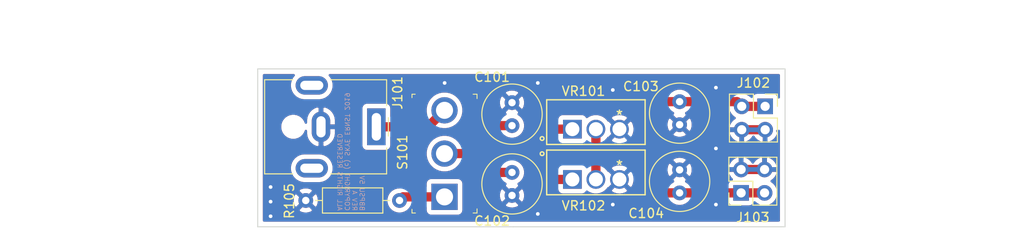
<source format=kicad_pcb>
(kicad_pcb (version 20171130) (host pcbnew "(5.1.4)-1")

  (general
    (thickness 1.6)
    (drawings 7)
    (tracks 50)
    (zones 0)
    (modules 11)
    (nets 6)
  )

  (page A4)
  (layers
    (0 F.Cu signal)
    (31 B.Cu signal)
    (32 B.Adhes user)
    (33 F.Adhes user)
    (34 B.Paste user)
    (35 F.Paste user)
    (36 B.SilkS user)
    (37 F.SilkS user)
    (38 B.Mask user)
    (39 F.Mask user)
    (40 Dwgs.User user)
    (41 Cmts.User user)
    (42 Eco1.User user)
    (43 Eco2.User user)
    (44 Edge.Cuts user)
    (45 Margin user)
    (46 B.CrtYd user)
    (47 F.CrtYd user)
    (48 B.Fab user)
    (49 F.Fab user)
  )

  (setup
    (last_trace_width 0.25)
    (trace_clearance 0.2)
    (zone_clearance 0.508)
    (zone_45_only no)
    (trace_min 0.2)
    (via_size 0.8)
    (via_drill 0.4)
    (via_min_size 0.4)
    (via_min_drill 0.3)
    (uvia_size 0.3)
    (uvia_drill 0.1)
    (uvias_allowed no)
    (uvia_min_size 0.2)
    (uvia_min_drill 0.1)
    (edge_width 0.1)
    (segment_width 0.2)
    (pcb_text_width 0.3)
    (pcb_text_size 1.5 1.5)
    (mod_edge_width 0.15)
    (mod_text_size 1 1)
    (mod_text_width 0.15)
    (pad_size 1.524 1.524)
    (pad_drill 0.762)
    (pad_to_mask_clearance 0)
    (aux_axis_origin 0 0)
    (visible_elements 7FFDFFFF)
    (pcbplotparams
      (layerselection 0x010fc_ffffffff)
      (usegerberextensions true)
      (usegerberattributes false)
      (usegerberadvancedattributes false)
      (creategerberjobfile false)
      (excludeedgelayer true)
      (linewidth 0.100000)
      (plotframeref false)
      (viasonmask false)
      (mode 1)
      (useauxorigin false)
      (hpglpennumber 1)
      (hpglpenspeed 20)
      (hpglpendiameter 15.000000)
      (psnegative false)
      (psa4output false)
      (plotreference true)
      (plotvalue true)
      (plotinvisibletext false)
      (padsonsilk false)
      (subtractmaskfromsilk false)
      (outputformat 1)
      (mirror false)
      (drillshape 0)
      (scaleselection 1)
      (outputdirectory ""))
  )

  (net 0 "")
  (net 1 /PWR_AFT_SW)
  (net 2 GND)
  (net 3 +5V)
  (net 4 PWR_IN)
  (net 5 "Net-(R105-Pad2)")

  (net_class Default "This is the default net class."
    (clearance 0.2)
    (trace_width 0.25)
    (via_dia 0.8)
    (via_drill 0.4)
    (uvia_dia 0.3)
    (uvia_drill 0.1)
    (add_net +5V)
    (add_net /PWR_AFT_SW)
    (add_net GND)
    (add_net "Net-(R105-Pad2)")
    (add_net PWR_IN)
  )

  (module footprints:L78S05CV (layer F.Cu) (tedit 5DA7AE4E) (tstamp 5DA7B7C7)
    (at 145.4985 59.3725)
    (path /5DA95760)
    (fp_text reference VR101 (at -3.8935 -2.6035) (layer F.SilkS)
      (effects (font (size 1 1) (thickness 0.15)))
    )
    (fp_text value L78S05CV (at -2.55 0.762) (layer Eco2.User) hide
      (effects (font (size 1 1) (thickness 0.15)))
    )
    (fp_circle (center -7.249 1.524) (end -7.0458 1.524) (layer F.Fab) (width 0.1524))
    (fp_circle (center -8.382 2.54) (end -8.1788 2.54) (layer F.SilkS) (width 0.1524))
    (fp_line (start 2.911 3.3147) (end -8.011 3.3147) (layer F.CrtYd) (width 0.1524))
    (fp_line (start 2.911 -1.7907) (end 2.911 3.3147) (layer F.CrtYd) (width 0.1524))
    (fp_line (start -8.011 -1.7907) (end 2.911 -1.7907) (layer F.CrtYd) (width 0.1524))
    (fp_line (start -8.011 3.3147) (end -8.011 -1.7907) (layer F.CrtYd) (width 0.1524))
    (fp_line (start -7.757 -1.5367) (end -7.757 3.0607) (layer F.Fab) (width 0.1524))
    (fp_line (start 2.657 -1.5367) (end -7.757 -1.5367) (layer F.Fab) (width 0.1524))
    (fp_line (start 2.657 3.0607) (end 2.657 -1.5367) (layer F.Fab) (width 0.1524))
    (fp_line (start -7.757 3.0607) (end 2.657 3.0607) (layer F.Fab) (width 0.1524))
    (fp_line (start -7.884 -1.6637) (end -7.884 3.1877) (layer F.SilkS) (width 0.1524))
    (fp_line (start 2.784 -1.6637) (end -7.884 -1.6637) (layer F.SilkS) (width 0.1524))
    (fp_line (start 2.784 3.1877) (end 2.784 -1.6637) (layer F.SilkS) (width 0.1524))
    (fp_line (start -7.884 3.1877) (end 2.784 3.1877) (layer F.SilkS) (width 0.1524))
    (fp_line (start -5.1 1.778) (end -5.1 1.27) (layer F.Fab) (width 0.1524))
    (fp_line (start -5.354 1.524) (end -4.846 1.524) (layer F.Fab) (width 0.1524))
    (fp_text user * (at 0 0) (layer F.Fab)
      (effects (font (size 1 1) (thickness 0.15)))
    )
    (fp_text user * (at 0 0) (layer F.SilkS)
      (effects (font (size 1 1) (thickness 0.15)))
    )
    (fp_text user "Copyright 2016 Accelerated Designs. All rights reserved." (at 0 0) (layer Cmts.User)
      (effects (font (size 0.127 0.127) (thickness 0.002)))
    )
    (pad 3 thru_hole circle (at 0 1.524) (size 2.032 2.032) (drill 1.524) (layers *.Cu *.Mask)
      (net 2 GND))
    (pad 2 thru_hole circle (at -2.55 1.524) (size 2.032 2.032) (drill 1.524) (layers *.Cu *.Mask)
      (net 3 +5V))
    (pad 1 thru_hole rect (at -5.1 1.524) (size 2.032 2.032) (drill 1.524) (layers *.Cu *.Mask)
      (net 1 /PWR_AFT_SW))
  )

  (module footprints:L78S05CV (layer F.Cu) (tedit 5DA7AE3F) (tstamp 5DA7B7E1)
    (at 145.4985 64.8335)
    (path /5DA6C834)
    (fp_text reference VR102 (at -3.8935 4.3815) (layer F.SilkS)
      (effects (font (size 1 1) (thickness 0.15)))
    )
    (fp_text value L78S05CV (at -2.55 0.762) (layer Eco1.User) hide
      (effects (font (size 1 1) (thickness 0.15)))
    )
    (fp_text user "Copyright 2016 Accelerated Designs. All rights reserved." (at 0 0) (layer Cmts.User)
      (effects (font (size 0.127 0.127) (thickness 0.002)))
    )
    (fp_text user * (at 0 0) (layer F.SilkS)
      (effects (font (size 1 1) (thickness 0.15)))
    )
    (fp_text user * (at 0 0) (layer F.Fab)
      (effects (font (size 1 1) (thickness 0.15)))
    )
    (fp_line (start -5.354 1.524) (end -4.846 1.524) (layer F.Fab) (width 0.1524))
    (fp_line (start -5.1 1.778) (end -5.1 1.27) (layer F.Fab) (width 0.1524))
    (fp_line (start -7.884 3.1877) (end 2.784 3.1877) (layer F.SilkS) (width 0.1524))
    (fp_line (start 2.784 3.1877) (end 2.784 -1.6637) (layer F.SilkS) (width 0.1524))
    (fp_line (start 2.784 -1.6637) (end -7.884 -1.6637) (layer F.SilkS) (width 0.1524))
    (fp_line (start -7.884 -1.6637) (end -7.884 3.1877) (layer F.SilkS) (width 0.1524))
    (fp_line (start -7.757 3.0607) (end 2.657 3.0607) (layer F.Fab) (width 0.1524))
    (fp_line (start 2.657 3.0607) (end 2.657 -1.5367) (layer F.Fab) (width 0.1524))
    (fp_line (start 2.657 -1.5367) (end -7.757 -1.5367) (layer F.Fab) (width 0.1524))
    (fp_line (start -7.757 -1.5367) (end -7.757 3.0607) (layer F.Fab) (width 0.1524))
    (fp_line (start -8.011 3.3147) (end -8.011 -1.7907) (layer F.CrtYd) (width 0.1524))
    (fp_line (start -8.011 -1.7907) (end 2.911 -1.7907) (layer F.CrtYd) (width 0.1524))
    (fp_line (start 2.911 -1.7907) (end 2.911 3.3147) (layer F.CrtYd) (width 0.1524))
    (fp_line (start 2.911 3.3147) (end -8.011 3.3147) (layer F.CrtYd) (width 0.1524))
    (fp_circle (center -8.382 -1.27) (end -8.1788 -1.27) (layer F.SilkS) (width 0.1524))
    (fp_circle (center -7.249 1.524) (end -7.0458 1.524) (layer F.Fab) (width 0.1524))
    (pad 1 thru_hole rect (at -5.1 1.524) (size 2.032 2.032) (drill 1.524) (layers *.Cu *.Mask)
      (net 1 /PWR_AFT_SW))
    (pad 2 thru_hole circle (at -2.55 1.524) (size 2.032 2.032) (drill 1.524) (layers *.Cu *.Mask)
      (net 3 +5V))
    (pad 3 thru_hole circle (at 0 1.524) (size 2.032 2.032) (drill 1.524) (layers *.Cu *.Mask)
      (net 2 GND))
  )

  (module Capacitor_THT:C_Radial_D6.3mm_H11.0mm_P2.50mm (layer F.Cu) (tedit 5BC5C9B9) (tstamp 5DA7B70E)
    (at 133.858 60.5155 90)
    (descr "C, Radial series, Radial, pin pitch=2.50mm, diameter=6.3mm, height=11mm, Non-Polar Electrolytic Capacitor")
    (tags "C Radial series Radial pin pitch 2.50mm diameter 6.3mm height 11mm Non-Polar Electrolytic Capacitor")
    (path /5DA7662D)
    (fp_text reference C101 (at 5.2705 -2.159 180) (layer F.SilkS)
      (effects (font (size 1 1) (thickness 0.15)))
    )
    (fp_text value 0.33uF (at 1.25 4.4 90) (layer F.Fab)
      (effects (font (size 1 1) (thickness 0.15)))
    )
    (fp_circle (center 1.25 0) (end 4.4 0) (layer F.Fab) (width 0.1))
    (fp_circle (center 1.25 0) (end 4.52 0) (layer F.SilkS) (width 0.12))
    (fp_circle (center 1.25 0) (end 4.65 0) (layer F.CrtYd) (width 0.05))
    (fp_text user %R (at 1.25 0 90) (layer F.Fab)
      (effects (font (size 1 1) (thickness 0.15)))
    )
    (pad 1 thru_hole circle (at 0 0 90) (size 1.6 1.6) (drill 0.8) (layers *.Cu *.Mask)
      (net 1 /PWR_AFT_SW))
    (pad 2 thru_hole circle (at 2.5 0 90) (size 1.6 1.6) (drill 0.8) (layers *.Cu *.Mask)
      (net 2 GND))
    (model ${KISYS3DMOD}/Capacitor_THT.3dshapes/C_Radial_D6.3mm_H11.0mm_P2.50mm.wrl
      (at (xyz 0 0 0))
      (scale (xyz 1 1 1))
      (rotate (xyz 0 0 0))
    )
  )

  (module Capacitor_THT:C_Radial_D6.3mm_H11.0mm_P2.50mm (layer F.Cu) (tedit 5BC5C9B9) (tstamp 5DA7B718)
    (at 133.858 65.5955 270)
    (descr "C, Radial series, Radial, pin pitch=2.50mm, diameter=6.3mm, height=11mm, Non-Polar Electrolytic Capacitor")
    (tags "C Radial series Radial pin pitch 2.50mm diameter 6.3mm height 11mm Non-Polar Electrolytic Capacitor")
    (path /5DA9576C)
    (fp_text reference C102 (at 5.2705 2.159 180) (layer F.SilkS)
      (effects (font (size 1 1) (thickness 0.15)))
    )
    (fp_text value 0.33uF (at 1.25 4.4 90) (layer F.Fab)
      (effects (font (size 1 1) (thickness 0.15)))
    )
    (fp_circle (center 1.25 0) (end 4.4 0) (layer F.Fab) (width 0.1))
    (fp_circle (center 1.25 0) (end 4.52 0) (layer F.SilkS) (width 0.12))
    (fp_circle (center 1.25 0) (end 4.65 0) (layer F.CrtYd) (width 0.05))
    (fp_text user %R (at 1.25 0 270) (layer F.Fab)
      (effects (font (size 1 1) (thickness 0.15)))
    )
    (pad 1 thru_hole circle (at 0 0 270) (size 1.6 1.6) (drill 0.8) (layers *.Cu *.Mask)
      (net 1 /PWR_AFT_SW))
    (pad 2 thru_hole circle (at 2.5 0 270) (size 1.6 1.6) (drill 0.8) (layers *.Cu *.Mask)
      (net 2 GND))
    (model ${KISYS3DMOD}/Capacitor_THT.3dshapes/C_Radial_D6.3mm_H11.0mm_P2.50mm.wrl
      (at (xyz 0 0 0))
      (scale (xyz 1 1 1))
      (rotate (xyz 0 0 0))
    )
  )

  (module Capacitor_THT:C_Radial_D6.3mm_H11.0mm_P2.50mm (layer F.Cu) (tedit 5BC5C9B9) (tstamp 5DA7B722)
    (at 152.019 57.912 270)
    (descr "C, Radial series, Radial, pin pitch=2.50mm, diameter=6.3mm, height=11mm, Non-Polar Electrolytic Capacitor")
    (tags "C Radial series Radial pin pitch 2.50mm diameter 6.3mm height 11mm Non-Polar Electrolytic Capacitor")
    (path /5DA76DAA)
    (fp_text reference C103 (at -1.651 4.191 180) (layer F.SilkS)
      (effects (font (size 1 1) (thickness 0.15)))
    )
    (fp_text value 0.1uF (at 1.25 4.4 90) (layer F.Fab)
      (effects (font (size 1 1) (thickness 0.15)))
    )
    (fp_text user %R (at 1.25 0 90) (layer F.Fab)
      (effects (font (size 1 1) (thickness 0.15)))
    )
    (fp_circle (center 1.25 0) (end 4.65 0) (layer F.CrtYd) (width 0.05))
    (fp_circle (center 1.25 0) (end 4.52 0) (layer F.SilkS) (width 0.12))
    (fp_circle (center 1.25 0) (end 4.4 0) (layer F.Fab) (width 0.1))
    (pad 2 thru_hole circle (at 2.5 0 270) (size 1.6 1.6) (drill 0.8) (layers *.Cu *.Mask)
      (net 2 GND))
    (pad 1 thru_hole circle (at 0 0 270) (size 1.6 1.6) (drill 0.8) (layers *.Cu *.Mask)
      (net 3 +5V))
    (model ${KISYS3DMOD}/Capacitor_THT.3dshapes/C_Radial_D6.3mm_H11.0mm_P2.50mm.wrl
      (at (xyz 0 0 0))
      (scale (xyz 1 1 1))
      (rotate (xyz 0 0 0))
    )
  )

  (module Capacitor_THT:C_Radial_D6.3mm_H11.0mm_P2.50mm (layer F.Cu) (tedit 5BC5C9B9) (tstamp 5DA7B72C)
    (at 152.019 67.818 90)
    (descr "C, Radial series, Radial, pin pitch=2.50mm, diameter=6.3mm, height=11mm, Non-Polar Electrolytic Capacitor")
    (tags "C Radial series Radial pin pitch 2.50mm diameter 6.3mm height 11mm Non-Polar Electrolytic Capacitor")
    (path /5DA95772)
    (fp_text reference C104 (at -2.2225 -3.6195 180) (layer F.SilkS)
      (effects (font (size 1 1) (thickness 0.15)))
    )
    (fp_text value 0.1uF (at 1.25 4.4 90) (layer F.Fab)
      (effects (font (size 1 1) (thickness 0.15)))
    )
    (fp_text user %R (at 1.25 0 270) (layer F.Fab)
      (effects (font (size 1 1) (thickness 0.15)))
    )
    (fp_circle (center 1.25 0) (end 4.65 0) (layer F.CrtYd) (width 0.05))
    (fp_circle (center 1.25 0) (end 4.52 0) (layer F.SilkS) (width 0.12))
    (fp_circle (center 1.25 0) (end 4.4 0) (layer F.Fab) (width 0.1))
    (pad 2 thru_hole circle (at 2.5 0 90) (size 1.6 1.6) (drill 0.8) (layers *.Cu *.Mask)
      (net 2 GND))
    (pad 1 thru_hole circle (at 0 0 90) (size 1.6 1.6) (drill 0.8) (layers *.Cu *.Mask)
      (net 3 +5V))
    (model ${KISYS3DMOD}/Capacitor_THT.3dshapes/C_Radial_D6.3mm_H11.0mm_P2.50mm.wrl
      (at (xyz 0 0 0))
      (scale (xyz 1 1 1))
      (rotate (xyz 0 0 0))
    )
  )

  (module Connector_BarrelJack:BarrelJack_CUI_PJ-063AH_Horizontal (layer F.Cu) (tedit 5B0886BD) (tstamp 5DA7B749)
    (at 119.157 60.6425 270)
    (descr "Barrel Jack, 2.0mm ID, 5.5mm OD, 24V, 8A, no switch, https://www.cui.com/product/resource/pj-063ah.pdf")
    (tags "barrel jack cui dc power")
    (path /5DA65D7D)
    (fp_text reference J101 (at -3.683 -2.3 90) (layer F.SilkS)
      (effects (font (size 1 1) (thickness 0.15)))
    )
    (fp_text value PJ-063AH (at 0 13 90) (layer F.Fab)
      (effects (font (size 1 1) (thickness 0.15)))
    )
    (fp_line (start -5 -1) (end -1 -1) (layer F.Fab) (width 0.1))
    (fp_line (start -1 -1) (end 0 0) (layer F.Fab) (width 0.1))
    (fp_line (start 0 0) (end 1 -1) (layer F.Fab) (width 0.1))
    (fp_line (start 1 -1) (end 5 -1) (layer F.Fab) (width 0.1))
    (fp_line (start 5 -1) (end 5 12) (layer F.Fab) (width 0.1))
    (fp_line (start 5 12) (end -5 12) (layer F.Fab) (width 0.1))
    (fp_line (start -5 12) (end -5 -1) (layer F.Fab) (width 0.1))
    (fp_line (start -5.11 4.95) (end -5.11 -1.11) (layer F.SilkS) (width 0.12))
    (fp_line (start -5.11 -1.11) (end -2.3 -1.11) (layer F.SilkS) (width 0.12))
    (fp_line (start 2.3 -1.11) (end 5.11 -1.11) (layer F.SilkS) (width 0.12))
    (fp_line (start 5.11 -1.11) (end 5.11 4.95) (layer F.SilkS) (width 0.12))
    (fp_line (start 5.11 9.05) (end 5.11 12.11) (layer F.SilkS) (width 0.12))
    (fp_line (start 5.11 12.11) (end -5.11 12.11) (layer F.SilkS) (width 0.12))
    (fp_line (start -5.11 12.11) (end -5.11 9.05) (layer F.SilkS) (width 0.12))
    (fp_line (start -1 -1.3) (end 1 -1.3) (layer F.SilkS) (width 0.12))
    (fp_line (start -6 -1.5) (end -6 12.5) (layer F.CrtYd) (width 0.05))
    (fp_line (start -6 12.5) (end 6 12.5) (layer F.CrtYd) (width 0.05))
    (fp_line (start 6 12.5) (end 6 -1.5) (layer F.CrtYd) (width 0.05))
    (fp_line (start 6 -1.5) (end -6 -1.5) (layer F.CrtYd) (width 0.05))
    (fp_text user %R (at 0 5.5 90) (layer F.Fab)
      (effects (font (size 1 1) (thickness 0.15)))
    )
    (pad 1 thru_hole rect (at 0 0 270) (size 4 2) (drill oval 3 1) (layers *.Cu *.Mask)
      (net 4 PWR_IN))
    (pad 2 thru_hole oval (at 0 6 270) (size 3.3 2) (drill oval 2.3 1) (layers *.Cu *.Mask)
      (net 2 GND))
    (pad MP thru_hole oval (at -4.5 7 270) (size 2 3.5) (drill oval 1 2.5) (layers *.Cu *.Mask))
    (pad MP thru_hole oval (at 4.5 7 270) (size 2 3.5) (drill oval 1 2.5) (layers *.Cu *.Mask))
    (pad "" np_thru_hole circle (at 0 9 270) (size 1.6 1.6) (drill 1.6) (layers *.Cu *.Mask))
    (model ${KISYS3DMOD}/Connector_BarrelJack.3dshapes/BarrelJack_CUI_PJ-063AH_Horizontal.wrl
      (at (xyz 0 0 0))
      (scale (xyz 1 1 1))
      (rotate (xyz 0 0 0))
    )
  )

  (module Connector_PinHeader_2.54mm:PinHeader_2x02_P2.54mm_Vertical (layer F.Cu) (tedit 59FED5CC) (tstamp 5DA7B763)
    (at 161.29 58.42 270)
    (descr "Through hole straight pin header, 2x02, 2.54mm pitch, double rows")
    (tags "Through hole pin header THT 2x02 2.54mm double row")
    (path /5DACF689)
    (fp_text reference J102 (at -2.54 1.27 180) (layer F.SilkS)
      (effects (font (size 1 1) (thickness 0.15)))
    )
    (fp_text value "2.54mm pitch" (at 1.27 4.87 90) (layer F.Fab)
      (effects (font (size 1 1) (thickness 0.15)))
    )
    (fp_line (start 0 -1.27) (end 3.81 -1.27) (layer F.Fab) (width 0.1))
    (fp_line (start 3.81 -1.27) (end 3.81 3.81) (layer F.Fab) (width 0.1))
    (fp_line (start 3.81 3.81) (end -1.27 3.81) (layer F.Fab) (width 0.1))
    (fp_line (start -1.27 3.81) (end -1.27 0) (layer F.Fab) (width 0.1))
    (fp_line (start -1.27 0) (end 0 -1.27) (layer F.Fab) (width 0.1))
    (fp_line (start -1.33 3.87) (end 3.87 3.87) (layer F.SilkS) (width 0.12))
    (fp_line (start -1.33 1.27) (end -1.33 3.87) (layer F.SilkS) (width 0.12))
    (fp_line (start 3.87 -1.33) (end 3.87 3.87) (layer F.SilkS) (width 0.12))
    (fp_line (start -1.33 1.27) (end 1.27 1.27) (layer F.SilkS) (width 0.12))
    (fp_line (start 1.27 1.27) (end 1.27 -1.33) (layer F.SilkS) (width 0.12))
    (fp_line (start 1.27 -1.33) (end 3.87 -1.33) (layer F.SilkS) (width 0.12))
    (fp_line (start -1.33 0) (end -1.33 -1.33) (layer F.SilkS) (width 0.12))
    (fp_line (start -1.33 -1.33) (end 0 -1.33) (layer F.SilkS) (width 0.12))
    (fp_line (start -1.8 -1.8) (end -1.8 4.35) (layer F.CrtYd) (width 0.05))
    (fp_line (start -1.8 4.35) (end 4.35 4.35) (layer F.CrtYd) (width 0.05))
    (fp_line (start 4.35 4.35) (end 4.35 -1.8) (layer F.CrtYd) (width 0.05))
    (fp_line (start 4.35 -1.8) (end -1.8 -1.8) (layer F.CrtYd) (width 0.05))
    (fp_text user %R (at 1.27 1.27) (layer F.Fab)
      (effects (font (size 1 1) (thickness 0.15)))
    )
    (pad 1 thru_hole rect (at 0 0 270) (size 1.7 1.7) (drill 1) (layers *.Cu *.Mask)
      (net 3 +5V))
    (pad 2 thru_hole oval (at 2.54 0 270) (size 1.7 1.7) (drill 1) (layers *.Cu *.Mask)
      (net 2 GND))
    (pad 3 thru_hole oval (at 0 2.54 270) (size 1.7 1.7) (drill 1) (layers *.Cu *.Mask)
      (net 3 +5V))
    (pad 4 thru_hole oval (at 2.54 2.54 270) (size 1.7 1.7) (drill 1) (layers *.Cu *.Mask)
      (net 2 GND))
    (model ${KISYS3DMOD}/Connector_PinHeader_2.54mm.3dshapes/PinHeader_2x02_P2.54mm_Vertical.wrl
      (at (xyz 0 0 0))
      (scale (xyz 1 1 1))
      (rotate (xyz 0 0 0))
    )
  )

  (module Connector_PinHeader_2.54mm:PinHeader_2x02_P2.54mm_Vertical (layer F.Cu) (tedit 59FED5CC) (tstamp 5DA7B77D)
    (at 158.6865 67.818 90)
    (descr "Through hole straight pin header, 2x02, 2.54mm pitch, double rows")
    (tags "Through hole pin header THT 2x02 2.54mm double row")
    (path /5DA9578B)
    (fp_text reference J103 (at -2.667 1.27 180) (layer F.SilkS)
      (effects (font (size 1 1) (thickness 0.15)))
    )
    (fp_text value "2.54mm pitch" (at 1.27 4.87 90) (layer F.Fab)
      (effects (font (size 1 1) (thickness 0.15)))
    )
    (fp_text user %R (at 1.27 1.27) (layer F.Fab)
      (effects (font (size 1 1) (thickness 0.15)))
    )
    (fp_line (start 4.35 -1.8) (end -1.8 -1.8) (layer F.CrtYd) (width 0.05))
    (fp_line (start 4.35 4.35) (end 4.35 -1.8) (layer F.CrtYd) (width 0.05))
    (fp_line (start -1.8 4.35) (end 4.35 4.35) (layer F.CrtYd) (width 0.05))
    (fp_line (start -1.8 -1.8) (end -1.8 4.35) (layer F.CrtYd) (width 0.05))
    (fp_line (start -1.33 -1.33) (end 0 -1.33) (layer F.SilkS) (width 0.12))
    (fp_line (start -1.33 0) (end -1.33 -1.33) (layer F.SilkS) (width 0.12))
    (fp_line (start 1.27 -1.33) (end 3.87 -1.33) (layer F.SilkS) (width 0.12))
    (fp_line (start 1.27 1.27) (end 1.27 -1.33) (layer F.SilkS) (width 0.12))
    (fp_line (start -1.33 1.27) (end 1.27 1.27) (layer F.SilkS) (width 0.12))
    (fp_line (start 3.87 -1.33) (end 3.87 3.87) (layer F.SilkS) (width 0.12))
    (fp_line (start -1.33 1.27) (end -1.33 3.87) (layer F.SilkS) (width 0.12))
    (fp_line (start -1.33 3.87) (end 3.87 3.87) (layer F.SilkS) (width 0.12))
    (fp_line (start -1.27 0) (end 0 -1.27) (layer F.Fab) (width 0.1))
    (fp_line (start -1.27 3.81) (end -1.27 0) (layer F.Fab) (width 0.1))
    (fp_line (start 3.81 3.81) (end -1.27 3.81) (layer F.Fab) (width 0.1))
    (fp_line (start 3.81 -1.27) (end 3.81 3.81) (layer F.Fab) (width 0.1))
    (fp_line (start 0 -1.27) (end 3.81 -1.27) (layer F.Fab) (width 0.1))
    (pad 4 thru_hole oval (at 2.54 2.54 90) (size 1.7 1.7) (drill 1) (layers *.Cu *.Mask)
      (net 2 GND))
    (pad 3 thru_hole oval (at 0 2.54 90) (size 1.7 1.7) (drill 1) (layers *.Cu *.Mask)
      (net 3 +5V))
    (pad 2 thru_hole oval (at 2.54 0 90) (size 1.7 1.7) (drill 1) (layers *.Cu *.Mask)
      (net 2 GND))
    (pad 1 thru_hole rect (at 0 0 90) (size 1.7 1.7) (drill 1) (layers *.Cu *.Mask)
      (net 3 +5V))
    (model ${KISYS3DMOD}/Connector_PinHeader_2.54mm.3dshapes/PinHeader_2x02_P2.54mm_Vertical.wrl
      (at (xyz 0 0 0))
      (scale (xyz 1 1 1))
      (rotate (xyz 0 0 0))
    )
  )

  (module Resistor_THT:R_Axial_DIN0207_L6.3mm_D2.5mm_P10.16mm_Horizontal (layer F.Cu) (tedit 5AE5139B) (tstamp 5DA7B794)
    (at 111.506 68.6435)
    (descr "Resistor, Axial_DIN0207 series, Axial, Horizontal, pin pitch=10.16mm, 0.25W = 1/4W, length*diameter=6.3*2.5mm^2, http://cdn-reichelt.de/documents/datenblatt/B400/1_4W%23YAG.pdf")
    (tags "Resistor Axial_DIN0207 series Axial Horizontal pin pitch 10.16mm 0.25W = 1/4W length 6.3mm diameter 2.5mm")
    (path /5DB3159B)
    (fp_text reference R105 (at -1.778 0.0635 90) (layer F.SilkS)
      (effects (font (size 1 1) (thickness 0.15)))
    )
    (fp_text value 100K (at 5.08 2.37) (layer F.Fab)
      (effects (font (size 1 1) (thickness 0.15)))
    )
    (fp_line (start 1.93 -1.25) (end 1.93 1.25) (layer F.Fab) (width 0.1))
    (fp_line (start 1.93 1.25) (end 8.23 1.25) (layer F.Fab) (width 0.1))
    (fp_line (start 8.23 1.25) (end 8.23 -1.25) (layer F.Fab) (width 0.1))
    (fp_line (start 8.23 -1.25) (end 1.93 -1.25) (layer F.Fab) (width 0.1))
    (fp_line (start 0 0) (end 1.93 0) (layer F.Fab) (width 0.1))
    (fp_line (start 10.16 0) (end 8.23 0) (layer F.Fab) (width 0.1))
    (fp_line (start 1.81 -1.37) (end 1.81 1.37) (layer F.SilkS) (width 0.12))
    (fp_line (start 1.81 1.37) (end 8.35 1.37) (layer F.SilkS) (width 0.12))
    (fp_line (start 8.35 1.37) (end 8.35 -1.37) (layer F.SilkS) (width 0.12))
    (fp_line (start 8.35 -1.37) (end 1.81 -1.37) (layer F.SilkS) (width 0.12))
    (fp_line (start 1.04 0) (end 1.81 0) (layer F.SilkS) (width 0.12))
    (fp_line (start 9.12 0) (end 8.35 0) (layer F.SilkS) (width 0.12))
    (fp_line (start -1.05 -1.5) (end -1.05 1.5) (layer F.CrtYd) (width 0.05))
    (fp_line (start -1.05 1.5) (end 11.21 1.5) (layer F.CrtYd) (width 0.05))
    (fp_line (start 11.21 1.5) (end 11.21 -1.5) (layer F.CrtYd) (width 0.05))
    (fp_line (start 11.21 -1.5) (end -1.05 -1.5) (layer F.CrtYd) (width 0.05))
    (fp_text user %R (at 5.08 0) (layer F.Fab)
      (effects (font (size 1 1) (thickness 0.15)))
    )
    (pad 1 thru_hole circle (at 0 0) (size 1.6 1.6) (drill 0.8) (layers *.Cu *.Mask)
      (net 2 GND))
    (pad 2 thru_hole oval (at 10.16 0) (size 1.6 1.6) (drill 0.8) (layers *.Cu *.Mask)
      (net 5 "Net-(R105-Pad2)"))
    (model ${KISYS3DMOD}/Resistor_THT.3dshapes/R_Axial_DIN0207_L6.3mm_D2.5mm_P10.16mm_Horizontal.wrl
      (at (xyz 0 0 0))
      (scale (xyz 1 1 1))
      (rotate (xyz 0 0 0))
    )
  )

  (module digikey-footprints:Toggle_Switch_100SP1T1B4M2QE (layer F.Cu) (tedit 5AF5CA0B) (tstamp 5DA7B7AD)
    (at 126.5428 68.2518 90)
    (descr http://spec_sheets.e-switch.com/specs/T111597.pdf)
    (path /5DAF4EF7)
    (fp_text reference S101 (at 4.84 -4.55 90) (layer F.SilkS)
      (effects (font (size 1 1) (thickness 0.15)))
    )
    (fp_text value 100SP1T1B4M2QE (at 4.65 4.82 90) (layer F.Fab)
      (effects (font (size 1 1) (thickness 0.15)))
    )
    (fp_circle (center 4.7 0) (end 4.7 3.4) (layer F.Fab) (width 0.1))
    (fp_line (start 11.3 -3.68) (end 11.3 3.68) (layer F.CrtYd) (width 0.05))
    (fp_line (start 11.3 3.68) (end -1.9 3.68) (layer F.CrtYd) (width 0.05))
    (fp_line (start -1.9 3.68) (end -1.9 -3.68) (layer F.CrtYd) (width 0.05))
    (fp_line (start -1.9 -3.68) (end 11.3 -3.68) (layer F.CrtYd) (width 0.05))
    (fp_text user %R (at 4.7 0 90) (layer F.Fab)
      (effects (font (size 1 1) (thickness 0.15)))
    )
    (fp_line (start 11.15 3.525) (end 11.15 3.1) (layer F.SilkS) (width 0.1))
    (fp_line (start 11.125 3.525) (end 10.675 3.525) (layer F.SilkS) (width 0.1))
    (fp_line (start -1.75 3.525) (end -1.3 3.525) (layer F.SilkS) (width 0.1))
    (fp_line (start -1.75 3.525) (end -1.75 3.1) (layer F.SilkS) (width 0.1))
    (fp_line (start -1.75 -3.525) (end -1.75 -3.15) (layer F.SilkS) (width 0.1))
    (fp_line (start -1.75 -3.525) (end -1.35 -3.525) (layer F.SilkS) (width 0.1))
    (fp_line (start 10.775 -3.525) (end 11.15 -3.525) (layer F.SilkS) (width 0.1))
    (fp_line (start 11.15 -3.525) (end 11.15 -3.175) (layer F.SilkS) (width 0.1))
    (fp_line (start 11.05 3.43) (end 11.05 -3.43) (layer F.Fab) (width 0.1))
    (fp_line (start -1.65 -3.43) (end -1.65 3.43) (layer F.Fab) (width 0.1))
    (fp_line (start -1.65 3.43) (end 11.05 3.43) (layer F.Fab) (width 0.1))
    (fp_line (start -1.65 -3.43) (end 11.05 -3.43) (layer F.Fab) (width 0.1))
    (pad 1 thru_hole rect (at 0 0 90) (size 2.85 2.85) (drill 1.85) (layers *.Cu *.Mask)
      (net 5 "Net-(R105-Pad2)"))
    (pad 2 thru_hole circle (at 4.7 0 90) (size 2.85 2.85) (drill 1.85) (layers *.Cu *.Mask)
      (net 1 /PWR_AFT_SW))
    (pad 3 thru_hole circle (at 9.4 0 90) (size 2.85 2.85) (drill 1.85) (layers *.Cu *.Mask)
      (net 4 PWR_IN))
  )

  (gr_text "NOT READY FOR PRODUCTION" (at 133.858 50.673) (layer Eco1.User)
    (effects (font (size 5 5) (thickness 0.5)))
  )
  (gr_text "BBPSU 5V\nREV A\nCOPYRIGHT (c) SKYE ERNST 2019 \nALL RIGHTS RESERVED" (at 116.3955 69.7865 270) (layer B.SilkS)
    (effects (font (size 0.5 0.5) (thickness 0.05)) (justify left mirror))
  )
  (gr_line (start 163.449 54.356) (end 106.299 54.356) (layer Edge.Cuts) (width 0.1))
  (gr_line (start 163.449 71.501) (end 163.449 54.356) (layer Edge.Cuts) (width 0.1))
  (gr_line (start 133.985 71.501) (end 163.449 71.501) (layer Edge.Cuts) (width 0.1))
  (gr_line (start 106.299 71.501) (end 133.985 71.501) (layer Edge.Cuts) (width 0.1))
  (gr_line (start 106.299 54.356) (end 106.299 71.501) (layer Edge.Cuts) (width 0.1))

  (segment (start 140.0175 61.2775) (end 140.3985 60.8965) (width 1) (layer F.Cu) (net 1))
  (segment (start 140.0175 60.5155) (end 140.3985 60.8965) (width 1) (layer F.Cu) (net 1))
  (segment (start 126.5428 63.5518) (end 129.2342 63.5518) (width 1) (layer F.Cu) (net 1))
  (segment (start 129.2342 63.5518) (end 129.667 63.119) (width 1) (layer F.Cu) (net 1))
  (segment (start 129.667 63.119) (end 131.572 63.119) (width 1) (layer F.Cu) (net 1))
  (segment (start 138.3825 60.8965) (end 140.3985 60.8965) (width 1) (layer F.Cu) (net 1))
  (segment (start 137.668 61.611) (end 138.3825 60.8965) (width 1) (layer F.Cu) (net 1))
  (segment (start 137.668 63.119) (end 137.668 61.611) (width 1) (layer F.Cu) (net 1))
  (segment (start 131.572 63.119) (end 137.668 63.119) (width 1) (layer F.Cu) (net 1))
  (segment (start 137.668 63.119) (end 137.668 65.659) (width 1) (layer F.Cu) (net 1))
  (segment (start 138.3665 66.3575) (end 140.3985 66.3575) (width 1) (layer F.Cu) (net 1))
  (segment (start 137.668 65.659) (end 138.3665 66.3575) (width 1) (layer F.Cu) (net 1))
  (segment (start 129.667 63.119) (end 129.667 64.643) (width 1) (layer F.Cu) (net 1))
  (segment (start 129.667 64.643) (end 130.6195 65.5955) (width 1) (layer F.Cu) (net 1))
  (segment (start 130.6195 65.5955) (end 133.858 65.5955) (width 1) (layer F.Cu) (net 1))
  (segment (start 130.4925 60.5155) (end 133.858 60.5155) (width 1) (layer F.Cu) (net 1))
  (segment (start 129.667 63.119) (end 129.667 61.341) (width 1) (layer F.Cu) (net 1))
  (segment (start 129.667 61.341) (end 130.4925 60.5155) (width 1) (layer F.Cu) (net 1))
  (via (at 126.5555 55.88) (size 0.8) (drill 0.4) (layers F.Cu B.Cu) (net 2))
  (via (at 136.652 70.104) (size 0.8) (drill 0.4) (layers F.Cu B.Cu) (net 2))
  (via (at 136.652 55.88) (size 0.8) (drill 0.4) (layers F.Cu B.Cu) (net 2))
  (via (at 155.956 56.388) (size 0.8) (drill 0.4) (layers F.Cu B.Cu) (net 2))
  (via (at 155.956 69.088) (size 0.8) (drill 0.4) (layers F.Cu B.Cu) (net 2))
  (via (at 155.956 62.992) (size 0.8) (drill 0.4) (layers F.Cu B.Cu) (net 2))
  (via (at 144.78 69.088) (size 0.8) (drill 0.4) (layers F.Cu B.Cu) (net 2))
  (via (at 144.78 56.642) (size 0.8) (drill 0.4) (layers F.Cu B.Cu) (net 2))
  (via (at 107.696 70.358) (size 0.8) (drill 0.4) (layers F.Cu B.Cu) (net 2))
  (via (at 107.696 68.7705) (size 0.8) (drill 0.4) (layers F.Cu B.Cu) (net 2))
  (segment (start 158.75 60.96) (end 161.29 60.96) (width 1) (layer F.Cu) (net 2))
  (segment (start 158.6865 65.278) (end 161.2265 65.278) (width 1) (layer F.Cu) (net 2))
  (via (at 107.696 67.183) (size 0.8) (drill 0.4) (layers F.Cu B.Cu) (net 2))
  (segment (start 152.019 67.818) (end 158.6865 67.818) (width 1) (layer F.Cu) (net 3))
  (segment (start 161.2265 67.818) (end 158.6865 67.818) (width 1) (layer F.Cu) (net 3))
  (segment (start 142.9485 63.4265) (end 142.9485 66.3575) (width 1) (layer F.Cu) (net 3))
  (segment (start 142.9485 60.8965) (end 142.9485 63.4265) (width 1) (layer F.Cu) (net 3))
  (segment (start 149.733 57.912) (end 152.019 57.912) (width 1) (layer F.Cu) (net 3))
  (segment (start 148.59 59.055) (end 149.733 57.912) (width 1) (layer F.Cu) (net 3))
  (segment (start 148.59 61.595) (end 148.59 59.055) (width 1) (layer F.Cu) (net 3))
  (segment (start 142.9485 63.4265) (end 146.7585 63.4265) (width 1) (layer F.Cu) (net 3))
  (segment (start 146.7585 63.4265) (end 148.59 61.595) (width 1) (layer F.Cu) (net 3))
  (segment (start 158.242 57.912) (end 158.75 58.42) (width 1) (layer F.Cu) (net 3))
  (segment (start 152.019 57.912) (end 158.242 57.912) (width 1) (layer F.Cu) (net 3))
  (segment (start 158.75 58.42) (end 161.29 58.42) (width 1) (layer F.Cu) (net 3))
  (segment (start 146.7585 63.4265) (end 146.7585 64.2085) (width 1) (layer F.Cu) (net 3))
  (segment (start 150.368 67.818) (end 152.019 67.818) (width 1) (layer F.Cu) (net 3))
  (segment (start 146.7585 64.2085) (end 150.368 67.818) (width 1) (layer F.Cu) (net 3))
  (segment (start 124.7521 60.6425) (end 126.5428 58.8518) (width 1) (layer F.Cu) (net 4))
  (segment (start 119.157 60.6425) (end 124.7521 60.6425) (width 1) (layer F.Cu) (net 4))
  (segment (start 122.0577 68.2518) (end 121.666 68.6435) (width 1) (layer F.Cu) (net 5))
  (segment (start 126.5428 68.2518) (end 122.0577 68.2518) (width 1) (layer F.Cu) (net 5))

  (zone (net 2) (net_name GND) (layer F.Cu) (tstamp 5DB26CBA) (hatch edge 0.508)
    (connect_pads (clearance 0.508))
    (min_thickness 0.254)
    (fill yes (arc_segments 32) (thermal_gap 0.508) (thermal_bridge_width 0.508))
    (polygon
      (pts
        (xy 106.045 53.34) (xy 164.465 53.34) (xy 164.465 72.39) (xy 105.41 72.39) (xy 105.41 53.34)
      )
    )
    (filled_polygon
      (pts
        (xy 110.040969 55.229748) (xy 109.889148 55.513785) (xy 109.795657 55.821984) (xy 109.764089 56.1425) (xy 109.795657 56.463016)
        (xy 109.889148 56.771215) (xy 110.040969 57.055252) (xy 110.245286 57.304214) (xy 110.494248 57.508531) (xy 110.778285 57.660352)
        (xy 111.086484 57.753843) (xy 111.326678 57.7775) (xy 112.987322 57.7775) (xy 113.227516 57.753843) (xy 113.535715 57.660352)
        (xy 113.819752 57.508531) (xy 114.068714 57.304214) (xy 114.273031 57.055252) (xy 114.424852 56.771215) (xy 114.518343 56.463016)
        (xy 114.549911 56.1425) (xy 114.518343 55.821984) (xy 114.424852 55.513785) (xy 114.273031 55.229748) (xy 114.11813 55.041)
        (xy 162.764001 55.041) (xy 162.764001 57.439547) (xy 162.729502 57.32582) (xy 162.670537 57.215506) (xy 162.591185 57.118815)
        (xy 162.494494 57.039463) (xy 162.38418 56.980498) (xy 162.264482 56.944188) (xy 162.14 56.931928) (xy 160.44 56.931928)
        (xy 160.315518 56.944188) (xy 160.19582 56.980498) (xy 160.085506 57.039463) (xy 159.988815 57.118815) (xy 159.909463 57.215506)
        (xy 159.872317 57.285) (xy 159.707817 57.285) (xy 159.579014 57.179294) (xy 159.321034 57.041401) (xy 159.041111 56.956487)
        (xy 158.82295 56.935) (xy 158.821899 56.935) (xy 158.678447 56.858324) (xy 158.464499 56.793423) (xy 158.297752 56.777)
        (xy 158.297751 56.777) (xy 158.242 56.771509) (xy 158.186249 56.777) (xy 152.903284 56.777) (xy 152.698727 56.64032)
        (xy 152.437574 56.532147) (xy 152.160335 56.477) (xy 151.877665 56.477) (xy 151.600426 56.532147) (xy 151.339273 56.64032)
        (xy 151.134716 56.777) (xy 149.788751 56.777) (xy 149.732999 56.771509) (xy 149.52698 56.7918) (xy 149.510501 56.793423)
        (xy 149.296553 56.858324) (xy 149.099377 56.963716) (xy 148.926551 57.105551) (xy 148.891008 57.14886) (xy 147.82686 58.213009)
        (xy 147.783552 58.248551) (xy 147.641717 58.421377) (xy 147.598889 58.501504) (xy 147.536324 58.618554) (xy 147.471423 58.832502)
        (xy 147.449509 59.055) (xy 147.455001 59.110761) (xy 147.455 61.124868) (xy 147.00408 61.575789) (xy 147.053848 61.473679)
        (xy 147.136564 61.159156) (xy 147.156331 60.834538) (xy 147.112388 60.512302) (xy 147.006424 60.20483) (xy 146.91136 60.026978)
        (xy 146.645323 59.929282) (xy 145.678105 60.8965) (xy 145.692248 60.910643) (xy 145.512643 61.090248) (xy 145.4985 61.076105)
        (xy 144.531282 62.043323) (xy 144.622419 62.2915) (xy 144.0835 62.2915) (xy 144.0835 62.096366) (xy 144.230915 61.948951)
        (xy 144.300439 61.844902) (xy 144.351677 61.863718) (xy 145.318895 60.8965) (xy 144.351677 59.929282) (xy 144.300439 59.948098)
        (xy 144.230915 59.844049) (xy 144.136543 59.749677) (xy 144.531282 59.749677) (xy 145.4985 60.716895) (xy 146.465718 59.749677)
        (xy 146.368022 59.48364) (xy 146.075679 59.341152) (xy 145.761156 59.258436) (xy 145.436538 59.238669) (xy 145.114302 59.282612)
        (xy 144.80683 59.388576) (xy 144.628978 59.48364) (xy 144.531282 59.749677) (xy 144.136543 59.749677) (xy 144.000951 59.614085)
        (xy 143.730542 59.433403) (xy 143.430079 59.308947) (xy 143.111109 59.2455) (xy 142.785891 59.2455) (xy 142.466921 59.308947)
        (xy 142.166458 59.433403) (xy 141.966835 59.566787) (xy 141.945037 59.526006) (xy 141.865685 59.429315) (xy 141.768994 59.349963)
        (xy 141.65868 59.290998) (xy 141.538982 59.254688) (xy 141.4145 59.242428) (xy 139.3825 59.242428) (xy 139.258018 59.254688)
        (xy 139.13832 59.290998) (xy 139.028006 59.349963) (xy 138.931315 59.429315) (xy 138.851963 59.526006) (xy 138.792998 59.63632)
        (xy 138.756688 59.756018) (xy 138.756148 59.7615) (xy 138.438252 59.7615) (xy 138.3825 59.756009) (xy 138.326748 59.7615)
        (xy 138.160001 59.777923) (xy 137.946053 59.842824) (xy 137.748877 59.948216) (xy 137.576051 60.090051) (xy 137.540511 60.133357)
        (xy 136.90486 60.769009) (xy 136.861552 60.804551) (xy 136.719717 60.977377) (xy 136.692503 61.028292) (xy 136.614324 61.174554)
        (xy 136.582125 61.280698) (xy 136.549423 61.388501) (xy 136.542008 61.463784) (xy 136.527509 61.611) (xy 136.533 61.666751)
        (xy 136.533 61.984) (xy 130.802 61.984) (xy 130.802 61.811131) (xy 130.962632 61.6505) (xy 132.973716 61.6505)
        (xy 133.178273 61.78718) (xy 133.439426 61.895353) (xy 133.716665 61.9505) (xy 133.999335 61.9505) (xy 134.276574 61.895353)
        (xy 134.537727 61.78718) (xy 134.772759 61.630137) (xy 134.972637 61.430259) (xy 135.12968 61.195227) (xy 135.237853 60.934074)
        (xy 135.293 60.656835) (xy 135.293 60.374165) (xy 135.237853 60.096926) (xy 135.12968 59.835773) (xy 134.972637 59.600741)
        (xy 134.772759 59.400863) (xy 134.572131 59.266808) (xy 134.599514 59.252171) (xy 134.671097 59.008202) (xy 133.858 58.195105)
        (xy 133.044903 59.008202) (xy 133.116486 59.252171) (xy 133.145341 59.265824) (xy 132.973716 59.3805) (xy 130.548241 59.3805)
        (xy 130.492499 59.37501) (xy 130.436757 59.3805) (xy 130.436748 59.3805) (xy 130.270001 59.396923) (xy 130.056053 59.461824)
        (xy 129.858877 59.567216) (xy 129.686051 59.709051) (xy 129.650508 59.75236) (xy 128.90386 60.499009) (xy 128.860552 60.534551)
        (xy 128.718717 60.707377) (xy 128.702349 60.738) (xy 128.613324 60.904554) (xy 128.548423 61.118502) (xy 128.526509 61.341)
        (xy 128.532 61.396751) (xy 128.532 62.4168) (xy 128.261958 62.4168) (xy 128.142906 62.238627) (xy 127.855973 61.951694)
        (xy 127.518576 61.726252) (xy 127.14368 61.570965) (xy 126.745692 61.4918) (xy 126.339908 61.4918) (xy 125.94192 61.570965)
        (xy 125.567024 61.726252) (xy 125.229627 61.951694) (xy 124.942694 62.238627) (xy 124.717252 62.576024) (xy 124.561965 62.95092)
        (xy 124.4828 63.348908) (xy 124.4828 63.754692) (xy 124.561965 64.15268) (xy 124.717252 64.527576) (xy 124.942694 64.864973)
        (xy 125.229627 65.151906) (xy 125.567024 65.377348) (xy 125.94192 65.532635) (xy 126.339908 65.6118) (xy 126.745692 65.6118)
        (xy 127.14368 65.532635) (xy 127.518576 65.377348) (xy 127.855973 65.151906) (xy 128.142906 64.864973) (xy 128.261958 64.6868)
        (xy 128.530823 64.6868) (xy 128.532 64.698751) (xy 128.532 64.698752) (xy 128.543648 64.817012) (xy 128.548423 64.865498)
        (xy 128.613324 65.079446) (xy 128.652055 65.151906) (xy 128.718717 65.276623) (xy 128.860552 65.449449) (xy 128.90386 65.484991)
        (xy 129.777508 66.35864) (xy 129.813051 66.401949) (xy 129.985877 66.543784) (xy 130.183053 66.649176) (xy 130.397001 66.714077)
        (xy 130.563748 66.7305) (xy 130.563757 66.7305) (xy 130.619499 66.73599) (xy 130.675241 66.7305) (xy 132.973716 66.7305)
        (xy 133.143869 66.844192) (xy 133.116486 66.858829) (xy 133.044903 67.102798) (xy 133.858 67.915895) (xy 134.671097 67.102798)
        (xy 134.599514 66.858829) (xy 134.570659 66.845176) (xy 134.772759 66.710137) (xy 134.972637 66.510259) (xy 135.12968 66.275227)
        (xy 135.237853 66.014074) (xy 135.293 65.736835) (xy 135.293 65.454165) (xy 135.237853 65.176926) (xy 135.12968 64.915773)
        (xy 134.972637 64.680741) (xy 134.772759 64.480863) (xy 134.537727 64.32382) (xy 134.369166 64.254) (xy 136.533 64.254)
        (xy 136.533001 65.603239) (xy 136.527509 65.659) (xy 136.549423 65.881498) (xy 136.614324 66.095446) (xy 136.614325 66.095447)
        (xy 136.719717 66.292623) (xy 136.861552 66.465449) (xy 136.90486 66.500991) (xy 137.524504 67.120635) (xy 137.560051 67.163949)
        (xy 137.732877 67.305784) (xy 137.930053 67.411176) (xy 138.094205 67.460971) (xy 138.144 67.476077) (xy 138.164993 67.478144)
        (xy 138.310748 67.4925) (xy 138.310755 67.4925) (xy 138.366499 67.49799) (xy 138.422243 67.4925) (xy 138.756148 67.4925)
        (xy 138.756688 67.497982) (xy 138.792998 67.61768) (xy 138.851963 67.727994) (xy 138.931315 67.824685) (xy 139.028006 67.904037)
        (xy 139.13832 67.963002) (xy 139.258018 67.999312) (xy 139.3825 68.011572) (xy 141.4145 68.011572) (xy 141.538982 67.999312)
        (xy 141.65868 67.963002) (xy 141.768994 67.904037) (xy 141.865685 67.824685) (xy 141.945037 67.727994) (xy 141.966835 67.687213)
        (xy 142.166458 67.820597) (xy 142.466921 67.945053) (xy 142.785891 68.0085) (xy 143.111109 68.0085) (xy 143.430079 67.945053)
        (xy 143.730542 67.820597) (xy 144.000951 67.639915) (xy 144.136543 67.504323) (xy 144.531282 67.504323) (xy 144.628978 67.77036)
        (xy 144.921321 67.912848) (xy 145.235844 67.995564) (xy 145.560462 68.015331) (xy 145.882698 67.971388) (xy 146.19017 67.865424)
        (xy 146.368022 67.77036) (xy 146.465718 67.504323) (xy 145.4985 66.537105) (xy 144.531282 67.504323) (xy 144.136543 67.504323)
        (xy 144.230915 67.409951) (xy 144.300439 67.305902) (xy 144.351677 67.324718) (xy 145.318895 66.3575) (xy 144.351677 65.390282)
        (xy 144.300439 65.409098) (xy 144.230915 65.305049) (xy 144.0835 65.157634) (xy 144.0835 64.5615) (xy 145.67951 64.5615)
        (xy 145.704824 64.644947) (xy 145.744084 64.718396) (xy 145.436538 64.699669) (xy 145.114302 64.743612) (xy 144.80683 64.849576)
        (xy 144.628978 64.94464) (xy 144.531282 65.210677) (xy 145.4985 66.177895) (xy 145.512643 66.163753) (xy 145.692248 66.343358)
        (xy 145.678105 66.3575) (xy 146.645323 67.324718) (xy 146.91136 67.227022) (xy 147.053848 66.934679) (xy 147.136564 66.620156)
        (xy 147.156331 66.295538) (xy 147.143055 66.198187) (xy 149.526009 68.581141) (xy 149.561551 68.624449) (xy 149.670684 68.714012)
        (xy 149.734377 68.766284) (xy 149.931553 68.871676) (xy 150.145501 68.936577) (xy 150.368 68.958491) (xy 150.423752 68.953)
        (xy 151.134716 68.953) (xy 151.339273 69.08968) (xy 151.600426 69.197853) (xy 151.877665 69.253) (xy 152.160335 69.253)
        (xy 152.437574 69.197853) (xy 152.698727 69.08968) (xy 152.903284 68.953) (xy 157.268817 68.953) (xy 157.305963 69.022494)
        (xy 157.385315 69.119185) (xy 157.482006 69.198537) (xy 157.59232 69.257502) (xy 157.712018 69.293812) (xy 157.8365 69.306072)
        (xy 159.5365 69.306072) (xy 159.660982 69.293812) (xy 159.78068 69.257502) (xy 159.890994 69.198537) (xy 159.987685 69.119185)
        (xy 160.067037 69.022494) (xy 160.104183 68.953) (xy 160.268683 68.953) (xy 160.397486 69.058706) (xy 160.655466 69.196599)
        (xy 160.935389 69.281513) (xy 161.15355 69.303) (xy 161.29945 69.303) (xy 161.517611 69.281513) (xy 161.797534 69.196599)
        (xy 162.055514 69.058706) (xy 162.281634 68.873134) (xy 162.467206 68.647014) (xy 162.605099 68.389034) (xy 162.690013 68.109111)
        (xy 162.718685 67.818) (xy 162.690013 67.526889) (xy 162.605099 67.246966) (xy 162.467206 66.988986) (xy 162.281634 66.762866)
        (xy 162.055514 66.577294) (xy 161.997744 66.546416) (xy 162.226769 66.375588) (xy 162.421678 66.159355) (xy 162.570657 65.909252)
        (xy 162.667981 65.634891) (xy 162.547314 65.405) (xy 161.3535 65.405) (xy 161.3535 65.425) (xy 161.0995 65.425)
        (xy 161.0995 65.405) (xy 158.8135 65.405) (xy 158.8135 65.425) (xy 158.5595 65.425) (xy 158.5595 65.405)
        (xy 157.365686 65.405) (xy 157.245019 65.634891) (xy 157.342343 65.909252) (xy 157.491322 66.159355) (xy 157.668126 66.355502)
        (xy 157.59232 66.378498) (xy 157.482006 66.437463) (xy 157.385315 66.516815) (xy 157.305963 66.613506) (xy 157.268817 66.683)
        (xy 152.903284 66.683) (xy 152.733131 66.569308) (xy 152.760514 66.554671) (xy 152.832097 66.310702) (xy 152.019 65.497605)
        (xy 151.205903 66.310702) (xy 151.277486 66.554671) (xy 151.306341 66.568324) (xy 151.134716 66.683) (xy 150.838132 66.683)
        (xy 149.543644 65.388512) (xy 150.578783 65.388512) (xy 150.620213 65.66813) (xy 150.715397 65.934292) (xy 150.782329 66.059514)
        (xy 151.026298 66.131097) (xy 151.839395 65.318) (xy 152.198605 65.318) (xy 153.011702 66.131097) (xy 153.255671 66.059514)
        (xy 153.376571 65.804004) (xy 153.4453 65.529816) (xy 153.459217 65.247488) (xy 153.417787 64.96787) (xy 153.401065 64.921109)
        (xy 157.245019 64.921109) (xy 157.365686 65.151) (xy 158.5595 65.151) (xy 158.5595 63.957845) (xy 158.8135 63.957845)
        (xy 158.8135 65.151) (xy 161.0995 65.151) (xy 161.0995 63.957845) (xy 161.3535 63.957845) (xy 161.3535 65.151)
        (xy 162.547314 65.151) (xy 162.667981 64.921109) (xy 162.570657 64.646748) (xy 162.421678 64.396645) (xy 162.226769 64.180412)
        (xy 161.99342 64.006359) (xy 161.730599 63.881175) (xy 161.58339 63.836524) (xy 161.3535 63.957845) (xy 161.0995 63.957845)
        (xy 160.86961 63.836524) (xy 160.722401 63.881175) (xy 160.45958 64.006359) (xy 160.226231 64.180412) (xy 160.031322 64.396645)
        (xy 159.9565 64.522255) (xy 159.881678 64.396645) (xy 159.686769 64.180412) (xy 159.45342 64.006359) (xy 159.190599 63.881175)
        (xy 159.04339 63.836524) (xy 158.8135 63.957845) (xy 158.5595 63.957845) (xy 158.32961 63.836524) (xy 158.182401 63.881175)
        (xy 157.91958 64.006359) (xy 157.686231 64.180412) (xy 157.491322 64.396645) (xy 157.342343 64.646748) (xy 157.245019 64.921109)
        (xy 153.401065 64.921109) (xy 153.322603 64.701708) (xy 153.255671 64.576486) (xy 153.011702 64.504903) (xy 152.198605 65.318)
        (xy 151.839395 65.318) (xy 151.026298 64.504903) (xy 150.782329 64.576486) (xy 150.661429 64.831996) (xy 150.5927 65.106184)
        (xy 150.578783 65.388512) (xy 149.543644 65.388512) (xy 148.48043 64.325298) (xy 151.205903 64.325298) (xy 152.019 65.138395)
        (xy 152.832097 64.325298) (xy 152.760514 64.081329) (xy 152.505004 63.960429) (xy 152.230816 63.8917) (xy 151.948488 63.877783)
        (xy 151.66887 63.919213) (xy 151.402708 64.014397) (xy 151.277486 64.081329) (xy 151.205903 64.325298) (xy 148.48043 64.325298)
        (xy 147.972631 63.8175) (xy 149.35314 62.436991) (xy 149.396449 62.401449) (xy 149.538284 62.228623) (xy 149.643676 62.031447)
        (xy 149.693471 61.867295) (xy 149.708577 61.8175) (xy 149.730491 61.595001) (xy 149.725 61.539249) (xy 149.725 61.404702)
        (xy 151.205903 61.404702) (xy 151.277486 61.648671) (xy 151.532996 61.769571) (xy 151.807184 61.8383) (xy 152.089512 61.852217)
        (xy 152.36913 61.810787) (xy 152.635292 61.715603) (xy 152.760514 61.648671) (xy 152.832097 61.404702) (xy 152.744286 61.316891)
        (xy 157.308519 61.316891) (xy 157.405843 61.591252) (xy 157.554822 61.841355) (xy 157.749731 62.057588) (xy 157.98308 62.231641)
        (xy 158.245901 62.356825) (xy 158.39311 62.401476) (xy 158.623 62.280155) (xy 158.623 61.087) (xy 158.877 61.087)
        (xy 158.877 62.280155) (xy 159.10689 62.401476) (xy 159.254099 62.356825) (xy 159.51692 62.231641) (xy 159.750269 62.057588)
        (xy 159.945178 61.841355) (xy 160.02 61.715745) (xy 160.094822 61.841355) (xy 160.289731 62.057588) (xy 160.52308 62.231641)
        (xy 160.785901 62.356825) (xy 160.93311 62.401476) (xy 161.163 62.280155) (xy 161.163 61.087) (xy 158.877 61.087)
        (xy 158.623 61.087) (xy 157.429186 61.087) (xy 157.308519 61.316891) (xy 152.744286 61.316891) (xy 152.019 60.591605)
        (xy 151.205903 61.404702) (xy 149.725 61.404702) (xy 149.725 60.482512) (xy 150.578783 60.482512) (xy 150.620213 60.76213)
        (xy 150.715397 61.028292) (xy 150.782329 61.153514) (xy 151.026298 61.225097) (xy 151.839395 60.412) (xy 152.198605 60.412)
        (xy 153.011702 61.225097) (xy 153.255671 61.153514) (xy 153.376571 60.898004) (xy 153.4453 60.623816) (xy 153.459217 60.341488)
        (xy 153.417787 60.06187) (xy 153.322603 59.795708) (xy 153.255671 59.670486) (xy 153.011702 59.598903) (xy 152.198605 60.412)
        (xy 151.839395 60.412) (xy 151.026298 59.598903) (xy 150.782329 59.670486) (xy 150.661429 59.925996) (xy 150.5927 60.200184)
        (xy 150.578783 60.482512) (xy 149.725 60.482512) (xy 149.725 59.525131) (xy 150.203132 59.047) (xy 151.134716 59.047)
        (xy 151.304869 59.160692) (xy 151.277486 59.175329) (xy 151.205903 59.419298) (xy 152.019 60.232395) (xy 152.832097 59.419298)
        (xy 152.760514 59.175329) (xy 152.731659 59.161676) (xy 152.903284 59.047) (xy 157.401315 59.047) (xy 157.509294 59.249014)
        (xy 157.694866 59.475134) (xy 157.920986 59.660706) (xy 157.978756 59.691584) (xy 157.749731 59.862412) (xy 157.554822 60.078645)
        (xy 157.405843 60.328748) (xy 157.308519 60.603109) (xy 157.429186 60.833) (xy 158.623 60.833) (xy 158.623 60.813)
        (xy 158.877 60.813) (xy 158.877 60.833) (xy 161.163 60.833) (xy 161.163 60.813) (xy 161.417 60.813)
        (xy 161.417 60.833) (xy 161.437 60.833) (xy 161.437 61.087) (xy 161.417 61.087) (xy 161.417 62.280155)
        (xy 161.64689 62.401476) (xy 161.794099 62.356825) (xy 162.05692 62.231641) (xy 162.290269 62.057588) (xy 162.485178 61.841355)
        (xy 162.634157 61.591252) (xy 162.731481 61.316891) (xy 162.610815 61.087002) (xy 162.764001 61.087002) (xy 162.764 70.816)
        (xy 106.984 70.816) (xy 106.984 69.636202) (xy 110.692903 69.636202) (xy 110.764486 69.880171) (xy 111.019996 70.001071)
        (xy 111.294184 70.0698) (xy 111.576512 70.083717) (xy 111.85613 70.042287) (xy 112.122292 69.947103) (xy 112.247514 69.880171)
        (xy 112.319097 69.636202) (xy 111.506 68.823105) (xy 110.692903 69.636202) (xy 106.984 69.636202) (xy 106.984 68.714012)
        (xy 110.065783 68.714012) (xy 110.107213 68.99363) (xy 110.202397 69.259792) (xy 110.269329 69.385014) (xy 110.513298 69.456597)
        (xy 111.326395 68.6435) (xy 111.685605 68.6435) (xy 112.498702 69.456597) (xy 112.742671 69.385014) (xy 112.863571 69.129504)
        (xy 112.9323 68.855316) (xy 112.942741 68.6435) (xy 120.224057 68.6435) (xy 120.251764 68.924809) (xy 120.333818 69.195308)
        (xy 120.467068 69.444601) (xy 120.646392 69.663108) (xy 120.864899 69.842432) (xy 121.114192 69.975682) (xy 121.384691 70.057736)
        (xy 121.595508 70.0785) (xy 121.736492 70.0785) (xy 121.947309 70.057736) (xy 122.217808 69.975682) (xy 122.467101 69.842432)
        (xy 122.685608 69.663108) (xy 122.864932 69.444601) (xy 122.895827 69.3868) (xy 124.479728 69.3868) (xy 124.479728 69.6768)
        (xy 124.491988 69.801282) (xy 124.528298 69.92098) (xy 124.587263 70.031294) (xy 124.666615 70.127985) (xy 124.763306 70.207337)
        (xy 124.87362 70.266302) (xy 124.993318 70.302612) (xy 125.1178 70.314872) (xy 127.9678 70.314872) (xy 128.092282 70.302612)
        (xy 128.21198 70.266302) (xy 128.322294 70.207337) (xy 128.418985 70.127985) (xy 128.498337 70.031294) (xy 128.557302 69.92098)
        (xy 128.593612 69.801282) (xy 128.605872 69.6768) (xy 128.605872 69.088202) (xy 133.044903 69.088202) (xy 133.116486 69.332171)
        (xy 133.371996 69.453071) (xy 133.646184 69.5218) (xy 133.928512 69.535717) (xy 134.20813 69.494287) (xy 134.474292 69.399103)
        (xy 134.599514 69.332171) (xy 134.671097 69.088202) (xy 133.858 68.275105) (xy 133.044903 69.088202) (xy 128.605872 69.088202)
        (xy 128.605872 68.166012) (xy 132.417783 68.166012) (xy 132.459213 68.44563) (xy 132.554397 68.711792) (xy 132.621329 68.837014)
        (xy 132.865298 68.908597) (xy 133.678395 68.0955) (xy 134.037605 68.0955) (xy 134.850702 68.908597) (xy 135.094671 68.837014)
        (xy 135.215571 68.581504) (xy 135.2843 68.307316) (xy 135.298217 68.024988) (xy 135.256787 67.74537) (xy 135.161603 67.479208)
        (xy 135.094671 67.353986) (xy 134.850702 67.282403) (xy 134.037605 68.0955) (xy 133.678395 68.0955) (xy 132.865298 67.282403)
        (xy 132.621329 67.353986) (xy 132.500429 67.609496) (xy 132.4317 67.883684) (xy 132.417783 68.166012) (xy 128.605872 68.166012)
        (xy 128.605872 66.8268) (xy 128.593612 66.702318) (xy 128.557302 66.58262) (xy 128.498337 66.472306) (xy 128.418985 66.375615)
        (xy 128.322294 66.296263) (xy 128.21198 66.237298) (xy 128.092282 66.200988) (xy 127.9678 66.188728) (xy 125.1178 66.188728)
        (xy 124.993318 66.200988) (xy 124.87362 66.237298) (xy 124.763306 66.296263) (xy 124.666615 66.375615) (xy 124.587263 66.472306)
        (xy 124.528298 66.58262) (xy 124.491988 66.702318) (xy 124.479728 66.8268) (xy 124.479728 67.1168) (xy 122.113441 67.1168)
        (xy 122.057699 67.11131) (xy 122.001957 67.1168) (xy 122.001948 67.1168) (xy 121.835201 67.133223) (xy 121.621253 67.198124)
        (xy 121.601841 67.2085) (xy 121.595508 67.2085) (xy 121.384691 67.229264) (xy 121.114192 67.311318) (xy 120.864899 67.444568)
        (xy 120.646392 67.623892) (xy 120.467068 67.842399) (xy 120.333818 68.091692) (xy 120.251764 68.362191) (xy 120.224057 68.6435)
        (xy 112.942741 68.6435) (xy 112.946217 68.572988) (xy 112.904787 68.29337) (xy 112.809603 68.027208) (xy 112.742671 67.901986)
        (xy 112.498702 67.830403) (xy 111.685605 68.6435) (xy 111.326395 68.6435) (xy 110.513298 67.830403) (xy 110.269329 67.901986)
        (xy 110.148429 68.157496) (xy 110.0797 68.431684) (xy 110.065783 68.714012) (xy 106.984 68.714012) (xy 106.984 67.650798)
        (xy 110.692903 67.650798) (xy 111.506 68.463895) (xy 112.319097 67.650798) (xy 112.247514 67.406829) (xy 111.992004 67.285929)
        (xy 111.717816 67.2172) (xy 111.435488 67.203283) (xy 111.15587 67.244713) (xy 110.889708 67.339897) (xy 110.764486 67.406829)
        (xy 110.692903 67.650798) (xy 106.984 67.650798) (xy 106.984 65.1425) (xy 109.764089 65.1425) (xy 109.795657 65.463016)
        (xy 109.889148 65.771215) (xy 110.040969 66.055252) (xy 110.245286 66.304214) (xy 110.494248 66.508531) (xy 110.778285 66.660352)
        (xy 111.086484 66.753843) (xy 111.326678 66.7775) (xy 112.987322 66.7775) (xy 113.227516 66.753843) (xy 113.535715 66.660352)
        (xy 113.819752 66.508531) (xy 114.068714 66.304214) (xy 114.273031 66.055252) (xy 114.424852 65.771215) (xy 114.518343 65.463016)
        (xy 114.549911 65.1425) (xy 114.518343 64.821984) (xy 114.424852 64.513785) (xy 114.273031 64.229748) (xy 114.068714 63.980786)
        (xy 113.819752 63.776469) (xy 113.535715 63.624648) (xy 113.227516 63.531157) (xy 112.987322 63.5075) (xy 111.326678 63.5075)
        (xy 111.086484 63.531157) (xy 110.778285 63.624648) (xy 110.494248 63.776469) (xy 110.245286 63.980786) (xy 110.040969 64.229748)
        (xy 109.889148 64.513785) (xy 109.795657 64.821984) (xy 109.764089 65.1425) (xy 106.984 65.1425) (xy 106.984 60.501165)
        (xy 108.722 60.501165) (xy 108.722 60.783835) (xy 108.777147 61.061074) (xy 108.88532 61.322227) (xy 109.042363 61.557259)
        (xy 109.242241 61.757137) (xy 109.477273 61.91418) (xy 109.738426 62.022353) (xy 110.015665 62.0775) (xy 110.298335 62.0775)
        (xy 110.575574 62.022353) (xy 110.836727 61.91418) (xy 111.071759 61.757137) (xy 111.271637 61.557259) (xy 111.42868 61.322227)
        (xy 111.522 61.096932) (xy 111.522 61.4195) (xy 111.578193 61.736032) (xy 111.695058 62.03552) (xy 111.868105 62.306454)
        (xy 112.090683 62.538422) (xy 112.354239 62.72251) (xy 112.648645 62.851644) (xy 112.776566 62.882624) (xy 113.03 62.763277)
        (xy 113.03 60.7695) (xy 113.284 60.7695) (xy 113.284 62.763277) (xy 113.537434 62.882624) (xy 113.665355 62.851644)
        (xy 113.959761 62.72251) (xy 114.223317 62.538422) (xy 114.445895 62.306454) (xy 114.618942 62.03552) (xy 114.735807 61.736032)
        (xy 114.792 61.4195) (xy 114.792 60.7695) (xy 113.284 60.7695) (xy 113.03 60.7695) (xy 113.01 60.7695)
        (xy 113.01 60.5155) (xy 113.03 60.5155) (xy 113.03 58.521723) (xy 113.284 58.521723) (xy 113.284 60.5155)
        (xy 114.792 60.5155) (xy 114.792 59.8655) (xy 114.735807 59.548968) (xy 114.618942 59.24948) (xy 114.445895 58.978546)
        (xy 114.223317 58.746578) (xy 114.074311 58.6425) (xy 117.518928 58.6425) (xy 117.518928 62.6425) (xy 117.531188 62.766982)
        (xy 117.567498 62.88668) (xy 117.626463 62.996994) (xy 117.705815 63.093685) (xy 117.802506 63.173037) (xy 117.91282 63.232002)
        (xy 118.032518 63.268312) (xy 118.157 63.280572) (xy 120.157 63.280572) (xy 120.281482 63.268312) (xy 120.40118 63.232002)
        (xy 120.511494 63.173037) (xy 120.608185 63.093685) (xy 120.687537 62.996994) (xy 120.746502 62.88668) (xy 120.782812 62.766982)
        (xy 120.795072 62.6425) (xy 120.795072 61.7775) (xy 124.696349 61.7775) (xy 124.7521 61.782991) (xy 124.807851 61.7775)
        (xy 124.807852 61.7775) (xy 124.974599 61.761077) (xy 125.188547 61.696176) (xy 125.385723 61.590784) (xy 125.558549 61.448949)
        (xy 125.594096 61.405635) (xy 126.129737 60.869994) (xy 126.339908 60.9118) (xy 126.745692 60.9118) (xy 127.14368 60.832635)
        (xy 127.518576 60.677348) (xy 127.855973 60.451906) (xy 128.142906 60.164973) (xy 128.368348 59.827576) (xy 128.523635 59.45268)
        (xy 128.6028 59.054692) (xy 128.6028 58.648908) (xy 128.523635 58.25092) (xy 128.455328 58.086012) (xy 132.417783 58.086012)
        (xy 132.459213 58.36563) (xy 132.554397 58.631792) (xy 132.621329 58.757014) (xy 132.865298 58.828597) (xy 133.678395 58.0155)
        (xy 134.037605 58.0155) (xy 134.850702 58.828597) (xy 135.094671 58.757014) (xy 135.215571 58.501504) (xy 135.2843 58.227316)
        (xy 135.298217 57.944988) (xy 135.256787 57.66537) (xy 135.161603 57.399208) (xy 135.094671 57.273986) (xy 134.850702 57.202403)
        (xy 134.037605 58.0155) (xy 133.678395 58.0155) (xy 132.865298 57.202403) (xy 132.621329 57.273986) (xy 132.500429 57.529496)
        (xy 132.4317 57.803684) (xy 132.417783 58.086012) (xy 128.455328 58.086012) (xy 128.368348 57.876024) (xy 128.142906 57.538627)
        (xy 127.855973 57.251694) (xy 127.518576 57.026252) (xy 127.510238 57.022798) (xy 133.044903 57.022798) (xy 133.858 57.835895)
        (xy 134.671097 57.022798) (xy 134.599514 56.778829) (xy 134.344004 56.657929) (xy 134.069816 56.5892) (xy 133.787488 56.575283)
        (xy 133.50787 56.616713) (xy 133.241708 56.711897) (xy 133.116486 56.778829) (xy 133.044903 57.022798) (xy 127.510238 57.022798)
        (xy 127.14368 56.870965) (xy 126.745692 56.7918) (xy 126.339908 56.7918) (xy 125.94192 56.870965) (xy 125.567024 57.026252)
        (xy 125.229627 57.251694) (xy 124.942694 57.538627) (xy 124.717252 57.876024) (xy 124.561965 58.25092) (xy 124.4828 58.648908)
        (xy 124.4828 59.054692) (xy 124.524606 59.264863) (xy 124.281969 59.5075) (xy 120.795072 59.5075) (xy 120.795072 58.6425)
        (xy 120.782812 58.518018) (xy 120.746502 58.39832) (xy 120.687537 58.288006) (xy 120.608185 58.191315) (xy 120.511494 58.111963)
        (xy 120.40118 58.052998) (xy 120.281482 58.016688) (xy 120.157 58.004428) (xy 118.157 58.004428) (xy 118.032518 58.016688)
        (xy 117.91282 58.052998) (xy 117.802506 58.111963) (xy 117.705815 58.191315) (xy 117.626463 58.288006) (xy 117.567498 58.39832)
        (xy 117.531188 58.518018) (xy 117.518928 58.6425) (xy 114.074311 58.6425) (xy 113.959761 58.56249) (xy 113.665355 58.433356)
        (xy 113.537434 58.402376) (xy 113.284 58.521723) (xy 113.03 58.521723) (xy 112.776566 58.402376) (xy 112.648645 58.433356)
        (xy 112.354239 58.56249) (xy 112.090683 58.746578) (xy 111.868105 58.978546) (xy 111.695058 59.24948) (xy 111.578193 59.548968)
        (xy 111.522 59.8655) (xy 111.522 60.188068) (xy 111.42868 59.962773) (xy 111.271637 59.727741) (xy 111.071759 59.527863)
        (xy 110.836727 59.37082) (xy 110.575574 59.262647) (xy 110.298335 59.2075) (xy 110.015665 59.2075) (xy 109.738426 59.262647)
        (xy 109.477273 59.37082) (xy 109.242241 59.527863) (xy 109.042363 59.727741) (xy 108.88532 59.962773) (xy 108.777147 60.223926)
        (xy 108.722 60.501165) (xy 106.984 60.501165) (xy 106.984 55.041) (xy 110.19587 55.041)
      )
    )
  )
  (zone (net 2) (net_name GND) (layer B.Cu) (tstamp 5DB26CB7) (hatch edge 0.508)
    (connect_pads (clearance 0.508))
    (min_thickness 0.254)
    (fill yes (arc_segments 32) (thermal_gap 0.508) (thermal_bridge_width 0.508))
    (polygon
      (pts
        (xy 106.045 53.34) (xy 164.465 53.34) (xy 164.465 72.39) (xy 105.41 72.39) (xy 105.41 53.34)
      )
    )
    (filled_polygon
      (pts
        (xy 110.040969 55.229748) (xy 109.889148 55.513785) (xy 109.795657 55.821984) (xy 109.764089 56.1425) (xy 109.795657 56.463016)
        (xy 109.889148 56.771215) (xy 110.040969 57.055252) (xy 110.245286 57.304214) (xy 110.494248 57.508531) (xy 110.778285 57.660352)
        (xy 111.086484 57.753843) (xy 111.326678 57.7775) (xy 112.987322 57.7775) (xy 113.227516 57.753843) (xy 113.535715 57.660352)
        (xy 113.819752 57.508531) (xy 114.068714 57.304214) (xy 114.273031 57.055252) (xy 114.424852 56.771215) (xy 114.518343 56.463016)
        (xy 114.549911 56.1425) (xy 114.518343 55.821984) (xy 114.424852 55.513785) (xy 114.273031 55.229748) (xy 114.11813 55.041)
        (xy 162.764001 55.041) (xy 162.764001 57.439547) (xy 162.729502 57.32582) (xy 162.670537 57.215506) (xy 162.591185 57.118815)
        (xy 162.494494 57.039463) (xy 162.38418 56.980498) (xy 162.264482 56.944188) (xy 162.14 56.931928) (xy 160.44 56.931928)
        (xy 160.315518 56.944188) (xy 160.19582 56.980498) (xy 160.085506 57.039463) (xy 159.988815 57.118815) (xy 159.909463 57.215506)
        (xy 159.850498 57.32582) (xy 159.829607 57.394687) (xy 159.805134 57.364866) (xy 159.579014 57.179294) (xy 159.321034 57.041401)
        (xy 159.041111 56.956487) (xy 158.82295 56.935) (xy 158.67705 56.935) (xy 158.458889 56.956487) (xy 158.178966 57.041401)
        (xy 157.920986 57.179294) (xy 157.694866 57.364866) (xy 157.509294 57.590986) (xy 157.371401 57.848966) (xy 157.286487 58.128889)
        (xy 157.257815 58.42) (xy 157.286487 58.711111) (xy 157.371401 58.991034) (xy 157.509294 59.249014) (xy 157.694866 59.475134)
        (xy 157.920986 59.660706) (xy 157.978756 59.691584) (xy 157.749731 59.862412) (xy 157.554822 60.078645) (xy 157.405843 60.328748)
        (xy 157.308519 60.603109) (xy 157.429186 60.833) (xy 158.623 60.833) (xy 158.623 60.813) (xy 158.877 60.813)
        (xy 158.877 60.833) (xy 161.163 60.833) (xy 161.163 60.813) (xy 161.417 60.813) (xy 161.417 60.833)
        (xy 161.437 60.833) (xy 161.437 61.087) (xy 161.417 61.087) (xy 161.417 62.280155) (xy 161.64689 62.401476)
        (xy 161.794099 62.356825) (xy 162.05692 62.231641) (xy 162.290269 62.057588) (xy 162.485178 61.841355) (xy 162.634157 61.591252)
        (xy 162.731481 61.316891) (xy 162.610815 61.087002) (xy 162.764001 61.087002) (xy 162.764 70.816) (xy 106.984 70.816)
        (xy 106.984 69.636202) (xy 110.692903 69.636202) (xy 110.764486 69.880171) (xy 111.019996 70.001071) (xy 111.294184 70.0698)
        (xy 111.576512 70.083717) (xy 111.85613 70.042287) (xy 112.122292 69.947103) (xy 112.247514 69.880171) (xy 112.319097 69.636202)
        (xy 111.506 68.823105) (xy 110.692903 69.636202) (xy 106.984 69.636202) (xy 106.984 68.714012) (xy 110.065783 68.714012)
        (xy 110.107213 68.99363) (xy 110.202397 69.259792) (xy 110.269329 69.385014) (xy 110.513298 69.456597) (xy 111.326395 68.6435)
        (xy 111.685605 68.6435) (xy 112.498702 69.456597) (xy 112.742671 69.385014) (xy 112.863571 69.129504) (xy 112.9323 68.855316)
        (xy 112.942741 68.6435) (xy 120.224057 68.6435) (xy 120.251764 68.924809) (xy 120.333818 69.195308) (xy 120.467068 69.444601)
        (xy 120.646392 69.663108) (xy 120.864899 69.842432) (xy 121.114192 69.975682) (xy 121.384691 70.057736) (xy 121.595508 70.0785)
        (xy 121.736492 70.0785) (xy 121.947309 70.057736) (xy 122.217808 69.975682) (xy 122.467101 69.842432) (xy 122.685608 69.663108)
        (xy 122.864932 69.444601) (xy 122.998182 69.195308) (xy 123.080236 68.924809) (xy 123.107943 68.6435) (xy 123.080236 68.362191)
        (xy 122.998182 68.091692) (xy 122.864932 67.842399) (xy 122.685608 67.623892) (xy 122.467101 67.444568) (xy 122.217808 67.311318)
        (xy 121.947309 67.229264) (xy 121.736492 67.2085) (xy 121.595508 67.2085) (xy 121.384691 67.229264) (xy 121.114192 67.311318)
        (xy 120.864899 67.444568) (xy 120.646392 67.623892) (xy 120.467068 67.842399) (xy 120.333818 68.091692) (xy 120.251764 68.362191)
        (xy 120.224057 68.6435) (xy 112.942741 68.6435) (xy 112.946217 68.572988) (xy 112.904787 68.29337) (xy 112.809603 68.027208)
        (xy 112.742671 67.901986) (xy 112.498702 67.830403) (xy 111.685605 68.6435) (xy 111.326395 68.6435) (xy 110.513298 67.830403)
        (xy 110.269329 67.901986) (xy 110.148429 68.157496) (xy 110.0797 68.431684) (xy 110.065783 68.714012) (xy 106.984 68.714012)
        (xy 106.984 67.650798) (xy 110.692903 67.650798) (xy 111.506 68.463895) (xy 112.319097 67.650798) (xy 112.247514 67.406829)
        (xy 111.992004 67.285929) (xy 111.717816 67.2172) (xy 111.435488 67.203283) (xy 111.15587 67.244713) (xy 110.889708 67.339897)
        (xy 110.764486 67.406829) (xy 110.692903 67.650798) (xy 106.984 67.650798) (xy 106.984 66.8268) (xy 124.479728 66.8268)
        (xy 124.479728 69.6768) (xy 124.491988 69.801282) (xy 124.528298 69.92098) (xy 124.587263 70.031294) (xy 124.666615 70.127985)
        (xy 124.763306 70.207337) (xy 124.87362 70.266302) (xy 124.993318 70.302612) (xy 125.1178 70.314872) (xy 127.9678 70.314872)
        (xy 128.092282 70.302612) (xy 128.21198 70.266302) (xy 128.322294 70.207337) (xy 128.418985 70.127985) (xy 128.498337 70.031294)
        (xy 128.557302 69.92098) (xy 128.593612 69.801282) (xy 128.605872 69.6768) (xy 128.605872 69.088202) (xy 133.044903 69.088202)
        (xy 133.116486 69.332171) (xy 133.371996 69.453071) (xy 133.646184 69.5218) (xy 133.928512 69.535717) (xy 134.20813 69.494287)
        (xy 134.474292 69.399103) (xy 134.599514 69.332171) (xy 134.671097 69.088202) (xy 133.858 68.275105) (xy 133.044903 69.088202)
        (xy 128.605872 69.088202) (xy 128.605872 68.166012) (xy 132.417783 68.166012) (xy 132.459213 68.44563) (xy 132.554397 68.711792)
        (xy 132.621329 68.837014) (xy 132.865298 68.908597) (xy 133.678395 68.0955) (xy 134.037605 68.0955) (xy 134.850702 68.908597)
        (xy 135.094671 68.837014) (xy 135.215571 68.581504) (xy 135.2843 68.307316) (xy 135.298217 68.024988) (xy 135.256787 67.74537)
        (xy 135.161603 67.479208) (xy 135.094671 67.353986) (xy 134.850702 67.282403) (xy 134.037605 68.0955) (xy 133.678395 68.0955)
        (xy 132.865298 67.282403) (xy 132.621329 67.353986) (xy 132.500429 67.609496) (xy 132.4317 67.883684) (xy 132.417783 68.166012)
        (xy 128.605872 68.166012) (xy 128.605872 66.8268) (xy 128.593612 66.702318) (xy 128.557302 66.58262) (xy 128.498337 66.472306)
        (xy 128.418985 66.375615) (xy 128.322294 66.296263) (xy 128.21198 66.237298) (xy 128.092282 66.200988) (xy 127.9678 66.188728)
        (xy 125.1178 66.188728) (xy 124.993318 66.200988) (xy 124.87362 66.237298) (xy 124.763306 66.296263) (xy 124.666615 66.375615)
        (xy 124.587263 66.472306) (xy 124.528298 66.58262) (xy 124.491988 66.702318) (xy 124.479728 66.8268) (xy 106.984 66.8268)
        (xy 106.984 65.1425) (xy 109.764089 65.1425) (xy 109.795657 65.463016) (xy 109.889148 65.771215) (xy 110.040969 66.055252)
        (xy 110.245286 66.304214) (xy 110.494248 66.508531) (xy 110.778285 66.660352) (xy 111.086484 66.753843) (xy 111.326678 66.7775)
        (xy 112.987322 66.7775) (xy 113.227516 66.753843) (xy 113.535715 66.660352) (xy 113.819752 66.508531) (xy 114.068714 66.304214)
        (xy 114.273031 66.055252) (xy 114.424852 65.771215) (xy 114.518343 65.463016) (xy 114.549911 65.1425) (xy 114.518343 64.821984)
        (xy 114.424852 64.513785) (xy 114.273031 64.229748) (xy 114.068714 63.980786) (xy 113.819752 63.776469) (xy 113.535715 63.624648)
        (xy 113.227516 63.531157) (xy 112.987322 63.5075) (xy 111.326678 63.5075) (xy 111.086484 63.531157) (xy 110.778285 63.624648)
        (xy 110.494248 63.776469) (xy 110.245286 63.980786) (xy 110.040969 64.229748) (xy 109.889148 64.513785) (xy 109.795657 64.821984)
        (xy 109.764089 65.1425) (xy 106.984 65.1425) (xy 106.984 63.348908) (xy 124.4828 63.348908) (xy 124.4828 63.754692)
        (xy 124.561965 64.15268) (xy 124.717252 64.527576) (xy 124.942694 64.864973) (xy 125.229627 65.151906) (xy 125.567024 65.377348)
        (xy 125.94192 65.532635) (xy 126.339908 65.6118) (xy 126.745692 65.6118) (xy 127.14368 65.532635) (xy 127.333123 65.454165)
        (xy 132.423 65.454165) (xy 132.423 65.736835) (xy 132.478147 66.014074) (xy 132.58632 66.275227) (xy 132.743363 66.510259)
        (xy 132.943241 66.710137) (xy 133.143869 66.844192) (xy 133.116486 66.858829) (xy 133.044903 67.102798) (xy 133.858 67.915895)
        (xy 134.671097 67.102798) (xy 134.599514 66.858829) (xy 134.570659 66.845176) (xy 134.772759 66.710137) (xy 134.972637 66.510259)
        (xy 135.12968 66.275227) (xy 135.237853 66.014074) (xy 135.293 65.736835) (xy 135.293 65.454165) (xy 135.27059 65.3415)
        (xy 138.744428 65.3415) (xy 138.744428 67.3735) (xy 138.756688 67.497982) (xy 138.792998 67.61768) (xy 138.851963 67.727994)
        (xy 138.931315 67.824685) (xy 139.028006 67.904037) (xy 139.13832 67.963002) (xy 139.258018 67.999312) (xy 139.3825 68.011572)
        (xy 141.4145 68.011572) (xy 141.538982 67.999312) (xy 141.65868 67.963002) (xy 141.768994 67.904037) (xy 141.865685 67.824685)
        (xy 141.945037 67.727994) (xy 141.966835 67.687213) (xy 142.166458 67.820597) (xy 142.466921 67.945053) (xy 142.785891 68.0085)
        (xy 143.111109 68.0085) (xy 143.430079 67.945053) (xy 143.730542 67.820597) (xy 144.000951 67.639915) (xy 144.136543 67.504323)
        (xy 144.531282 67.504323) (xy 144.628978 67.77036) (xy 144.921321 67.912848) (xy 145.235844 67.995564) (xy 145.560462 68.015331)
        (xy 145.882698 67.971388) (xy 146.19017 67.865424) (xy 146.368022 67.77036) (xy 146.402429 67.676665) (xy 150.584 67.676665)
        (xy 150.584 67.959335) (xy 150.639147 68.236574) (xy 150.74732 68.497727) (xy 150.904363 68.732759) (xy 151.104241 68.932637)
        (xy 151.339273 69.08968) (xy 151.600426 69.197853) (xy 151.877665 69.253) (xy 152.160335 69.253) (xy 152.437574 69.197853)
        (xy 152.698727 69.08968) (xy 152.933759 68.932637) (xy 153.133637 68.732759) (xy 153.29068 68.497727) (xy 153.398853 68.236574)
        (xy 153.454 67.959335) (xy 153.454 67.676665) (xy 153.398853 67.399426) (xy 153.29068 67.138273) (xy 153.176908 66.968)
        (xy 157.198428 66.968) (xy 157.198428 68.668) (xy 157.210688 68.792482) (xy 157.246998 68.91218) (xy 157.305963 69.022494)
        (xy 157.385315 69.119185) (xy 157.482006 69.198537) (xy 157.59232 69.257502) (xy 157.712018 69.293812) (xy 157.8365 69.306072)
        (xy 159.5365 69.306072) (xy 159.660982 69.293812) (xy 159.78068 69.257502) (xy 159.890994 69.198537) (xy 159.987685 69.119185)
        (xy 160.067037 69.022494) (xy 160.126002 68.91218) (xy 160.146893 68.843313) (xy 160.171366 68.873134) (xy 160.397486 69.058706)
        (xy 160.655466 69.196599) (xy 160.935389 69.281513) (xy 161.15355 69.303) (xy 161.29945 69.303) (xy 161.517611 69.281513)
        (xy 161.797534 69.196599) (xy 162.055514 69.058706) (xy 162.281634 68.873134) (xy 162.467206 68.647014) (xy 162.605099 68.389034)
        (xy 162.690013 68.109111) (xy 162.718685 67.818) (xy 162.690013 67.526889) (xy 162.605099 67.246966) (xy 162.467206 66.988986)
        (xy 162.281634 66.762866) (xy 162.055514 66.577294) (xy 161.997744 66.546416) (xy 162.226769 66.375588) (xy 162.421678 66.159355)
        (xy 162.570657 65.909252) (xy 162.667981 65.634891) (xy 162.547314 65.405) (xy 161.3535 65.405) (xy 161.3535 65.425)
        (xy 161.0995 65.425) (xy 161.0995 65.405) (xy 158.8135 65.405) (xy 158.8135 65.425) (xy 158.5595 65.425)
        (xy 158.5595 65.405) (xy 157.365686 65.405) (xy 157.245019 65.634891) (xy 157.342343 65.909252) (xy 157.491322 66.159355)
        (xy 157.668126 66.355502) (xy 157.59232 66.378498) (xy 157.482006 66.437463) (xy 157.385315 66.516815) (xy 157.305963 66.613506)
        (xy 157.246998 66.72382) (xy 157.210688 66.843518) (xy 157.198428 66.968) (xy 153.176908 66.968) (xy 153.133637 66.903241)
        (xy 152.933759 66.703363) (xy 152.733131 66.569308) (xy 152.760514 66.554671) (xy 152.832097 66.310702) (xy 152.019 65.497605)
        (xy 151.205903 66.310702) (xy 151.277486 66.554671) (xy 151.306341 66.568324) (xy 151.104241 66.703363) (xy 150.904363 66.903241)
        (xy 150.74732 67.138273) (xy 150.639147 67.399426) (xy 150.584 67.676665) (xy 146.402429 67.676665) (xy 146.465718 67.504323)
        (xy 145.4985 66.537105) (xy 144.531282 67.504323) (xy 144.136543 67.504323) (xy 144.230915 67.409951) (xy 144.300439 67.305902)
        (xy 144.351677 67.324718) (xy 145.318895 66.3575) (xy 145.678105 66.3575) (xy 146.645323 67.324718) (xy 146.91136 67.227022)
        (xy 147.053848 66.934679) (xy 147.136564 66.620156) (xy 147.156331 66.295538) (xy 147.112388 65.973302) (xy 147.006424 65.66583)
        (xy 146.91136 65.487978) (xy 146.645323 65.390282) (xy 145.678105 66.3575) (xy 145.318895 66.3575) (xy 144.351677 65.390282)
        (xy 144.300439 65.409098) (xy 144.230915 65.305049) (xy 144.136543 65.210677) (xy 144.531282 65.210677) (xy 145.4985 66.177895)
        (xy 146.287883 65.388512) (xy 150.578783 65.388512) (xy 150.620213 65.66813) (xy 150.715397 65.934292) (xy 150.782329 66.059514)
        (xy 151.026298 66.131097) (xy 151.839395 65.318) (xy 152.198605 65.318) (xy 153.011702 66.131097) (xy 153.255671 66.059514)
        (xy 153.376571 65.804004) (xy 153.4453 65.529816) (xy 153.459217 65.247488) (xy 153.417787 64.96787) (xy 153.401065 64.921109)
        (xy 157.245019 64.921109) (xy 157.365686 65.151) (xy 158.5595 65.151) (xy 158.5595 63.957845) (xy 158.8135 63.957845)
        (xy 158.8135 65.151) (xy 161.0995 65.151) (xy 161.0995 63.957845) (xy 161.3535 63.957845) (xy 161.3535 65.151)
        (xy 162.547314 65.151) (xy 162.667981 64.921109) (xy 162.570657 64.646748) (xy 162.421678 64.396645) (xy 162.226769 64.180412)
        (xy 161.99342 64.006359) (xy 161.730599 63.881175) (xy 161.58339 63.836524) (xy 161.3535 63.957845) (xy 161.0995 63.957845)
        (xy 160.86961 63.836524) (xy 160.722401 63.881175) (xy 160.45958 64.006359) (xy 160.226231 64.180412) (xy 160.031322 64.396645)
        (xy 159.9565 64.522255) (xy 159.881678 64.396645) (xy 159.686769 64.180412) (xy 159.45342 64.006359) (xy 159.190599 63.881175)
        (xy 159.04339 63.836524) (xy 158.8135 63.957845) (xy 158.5595 63.957845) (xy 158.32961 63.836524) (xy 158.182401 63.881175)
        (xy 157.91958 64.006359) (xy 157.686231 64.180412) (xy 157.491322 64.396645) (xy 157.342343 64.646748) (xy 157.245019 64.921109)
        (xy 153.401065 64.921109) (xy 153.322603 64.701708) (xy 153.255671 64.576486) (xy 153.011702 64.504903) (xy 152.198605 65.318)
        (xy 151.839395 65.318) (xy 151.026298 64.504903) (xy 150.782329 64.576486) (xy 150.661429 64.831996) (xy 150.5927 65.106184)
        (xy 150.578783 65.388512) (xy 146.287883 65.388512) (xy 146.465718 65.210677) (xy 146.368022 64.94464) (xy 146.075679 64.802152)
        (xy 145.761156 64.719436) (xy 145.436538 64.699669) (xy 145.114302 64.743612) (xy 144.80683 64.849576) (xy 144.628978 64.94464)
        (xy 144.531282 65.210677) (xy 144.136543 65.210677) (xy 144.000951 65.075085) (xy 143.730542 64.894403) (xy 143.430079 64.769947)
        (xy 143.111109 64.7065) (xy 142.785891 64.7065) (xy 142.466921 64.769947) (xy 142.166458 64.894403) (xy 141.966835 65.027787)
        (xy 141.945037 64.987006) (xy 141.865685 64.890315) (xy 141.768994 64.810963) (xy 141.65868 64.751998) (xy 141.538982 64.715688)
        (xy 141.4145 64.703428) (xy 139.3825 64.703428) (xy 139.258018 64.715688) (xy 139.13832 64.751998) (xy 139.028006 64.810963)
        (xy 138.931315 64.890315) (xy 138.851963 64.987006) (xy 138.792998 65.09732) (xy 138.756688 65.217018) (xy 138.744428 65.3415)
        (xy 135.27059 65.3415) (xy 135.237853 65.176926) (xy 135.12968 64.915773) (xy 134.972637 64.680741) (xy 134.772759 64.480863)
        (xy 134.539939 64.325298) (xy 151.205903 64.325298) (xy 152.019 65.138395) (xy 152.832097 64.325298) (xy 152.760514 64.081329)
        (xy 152.505004 63.960429) (xy 152.230816 63.8917) (xy 151.948488 63.877783) (xy 151.66887 63.919213) (xy 151.402708 64.014397)
        (xy 151.277486 64.081329) (xy 151.205903 64.325298) (xy 134.539939 64.325298) (xy 134.537727 64.32382) (xy 134.276574 64.215647)
        (xy 133.999335 64.1605) (xy 133.716665 64.1605) (xy 133.439426 64.215647) (xy 133.178273 64.32382) (xy 132.943241 64.480863)
        (xy 132.743363 64.680741) (xy 132.58632 64.915773) (xy 132.478147 65.176926) (xy 132.423 65.454165) (xy 127.333123 65.454165)
        (xy 127.518576 65.377348) (xy 127.855973 65.151906) (xy 128.142906 64.864973) (xy 128.368348 64.527576) (xy 128.523635 64.15268)
        (xy 128.6028 63.754692) (xy 128.6028 63.348908) (xy 128.523635 62.95092) (xy 128.368348 62.576024) (xy 128.142906 62.238627)
        (xy 127.855973 61.951694) (xy 127.518576 61.726252) (xy 127.14368 61.570965) (xy 126.745692 61.4918) (xy 126.339908 61.4918)
        (xy 125.94192 61.570965) (xy 125.567024 61.726252) (xy 125.229627 61.951694) (xy 124.942694 62.238627) (xy 124.717252 62.576024)
        (xy 124.561965 62.95092) (xy 124.4828 63.348908) (xy 106.984 63.348908) (xy 106.984 60.501165) (xy 108.722 60.501165)
        (xy 108.722 60.783835) (xy 108.777147 61.061074) (xy 108.88532 61.322227) (xy 109.042363 61.557259) (xy 109.242241 61.757137)
        (xy 109.477273 61.91418) (xy 109.738426 62.022353) (xy 110.015665 62.0775) (xy 110.298335 62.0775) (xy 110.575574 62.022353)
        (xy 110.836727 61.91418) (xy 111.071759 61.757137) (xy 111.271637 61.557259) (xy 111.42868 61.322227) (xy 111.522 61.096932)
        (xy 111.522 61.4195) (xy 111.578193 61.736032) (xy 111.695058 62.03552) (xy 111.868105 62.306454) (xy 112.090683 62.538422)
        (xy 112.354239 62.72251) (xy 112.648645 62.851644) (xy 112.776566 62.882624) (xy 113.03 62.763277) (xy 113.03 60.7695)
        (xy 113.284 60.7695) (xy 113.284 62.763277) (xy 113.537434 62.882624) (xy 113.665355 62.851644) (xy 113.959761 62.72251)
        (xy 114.223317 62.538422) (xy 114.445895 62.306454) (xy 114.618942 62.03552) (xy 114.735807 61.736032) (xy 114.792 61.4195)
        (xy 114.792 60.7695) (xy 113.284 60.7695) (xy 113.03 60.7695) (xy 113.01 60.7695) (xy 113.01 60.5155)
        (xy 113.03 60.5155) (xy 113.03 58.521723) (xy 113.284 58.521723) (xy 113.284 60.5155) (xy 114.792 60.5155)
        (xy 114.792 59.8655) (xy 114.735807 59.548968) (xy 114.618942 59.24948) (xy 114.445895 58.978546) (xy 114.223317 58.746578)
        (xy 114.074311 58.6425) (xy 117.518928 58.6425) (xy 117.518928 62.6425) (xy 117.531188 62.766982) (xy 117.567498 62.88668)
        (xy 117.626463 62.996994) (xy 117.705815 63.093685) (xy 117.802506 63.173037) (xy 117.91282 63.232002) (xy 118.032518 63.268312)
        (xy 118.157 63.280572) (xy 120.157 63.280572) (xy 120.281482 63.268312) (xy 120.40118 63.232002) (xy 120.511494 63.173037)
        (xy 120.608185 63.093685) (xy 120.687537 62.996994) (xy 120.746502 62.88668) (xy 120.782812 62.766982) (xy 120.795072 62.6425)
        (xy 120.795072 58.648908) (xy 124.4828 58.648908) (xy 124.4828 59.054692) (xy 124.561965 59.45268) (xy 124.717252 59.827576)
        (xy 124.942694 60.164973) (xy 125.229627 60.451906) (xy 125.567024 60.677348) (xy 125.94192 60.832635) (xy 126.339908 60.9118)
        (xy 126.745692 60.9118) (xy 127.14368 60.832635) (xy 127.518576 60.677348) (xy 127.855973 60.451906) (xy 127.933714 60.374165)
        (xy 132.423 60.374165) (xy 132.423 60.656835) (xy 132.478147 60.934074) (xy 132.58632 61.195227) (xy 132.743363 61.430259)
        (xy 132.943241 61.630137) (xy 133.178273 61.78718) (xy 133.439426 61.895353) (xy 133.716665 61.9505) (xy 133.999335 61.9505)
        (xy 134.276574 61.895353) (xy 134.537727 61.78718) (xy 134.772759 61.630137) (xy 134.972637 61.430259) (xy 135.12968 61.195227)
        (xy 135.237853 60.934074) (xy 135.293 60.656835) (xy 135.293 60.374165) (xy 135.237853 60.096926) (xy 135.148207 59.8805)
        (xy 138.744428 59.8805) (xy 138.744428 61.9125) (xy 138.756688 62.036982) (xy 138.792998 62.15668) (xy 138.851963 62.266994)
        (xy 138.931315 62.363685) (xy 139.028006 62.443037) (xy 139.13832 62.502002) (xy 139.258018 62.538312) (xy 139.3825 62.550572)
        (xy 141.4145 62.550572) (xy 141.538982 62.538312) (xy 141.65868 62.502002) (xy 141.768994 62.443037) (xy 141.865685 62.363685)
        (xy 141.945037 62.266994) (xy 141.966835 62.226213) (xy 142.166458 62.359597) (xy 142.466921 62.484053) (xy 142.785891 62.5475)
        (xy 143.111109 62.5475) (xy 143.430079 62.484053) (xy 143.730542 62.359597) (xy 144.000951 62.178915) (xy 144.136543 62.043323)
        (xy 144.531282 62.043323) (xy 144.628978 62.30936) (xy 144.921321 62.451848) (xy 145.235844 62.534564) (xy 145.560462 62.554331)
        (xy 145.882698 62.510388) (xy 146.19017 62.404424) (xy 146.368022 62.30936) (xy 146.465718 62.043323) (xy 145.4985 61.076105)
        (xy 144.531282 62.043323) (xy 144.136543 62.043323) (xy 144.230915 61.948951) (xy 144.300439 61.844902) (xy 144.351677 61.863718)
        (xy 145.318895 60.8965) (xy 145.678105 60.8965) (xy 146.645323 61.863718) (xy 146.91136 61.766022) (xy 147.053848 61.473679)
        (xy 147.071988 61.404702) (xy 151.205903 61.404702) (xy 151.277486 61.648671) (xy 151.532996 61.769571) (xy 151.807184 61.8383)
        (xy 152.089512 61.852217) (xy 152.36913 61.810787) (xy 152.635292 61.715603) (xy 152.760514 61.648671) (xy 152.832097 61.404702)
        (xy 152.744286 61.316891) (xy 157.308519 61.316891) (xy 157.405843 61.591252) (xy 157.554822 61.841355) (xy 157.749731 62.057588)
        (xy 157.98308 62.231641) (xy 158.245901 62.356825) (xy 158.39311 62.401476) (xy 158.623 62.280155) (xy 158.623 61.087)
        (xy 158.877 61.087) (xy 158.877 62.280155) (xy 159.10689 62.401476) (xy 159.254099 62.356825) (xy 159.51692 62.231641)
        (xy 159.750269 62.057588) (xy 159.945178 61.841355) (xy 160.02 61.715745) (xy 160.094822 61.841355) (xy 160.289731 62.057588)
        (xy 160.52308 62.231641) (xy 160.785901 62.356825) (xy 160.93311 62.401476) (xy 161.163 62.280155) (xy 161.163 61.087)
        (xy 158.877 61.087) (xy 158.623 61.087) (xy 157.429186 61.087) (xy 157.308519 61.316891) (xy 152.744286 61.316891)
        (xy 152.019 60.591605) (xy 151.205903 61.404702) (xy 147.071988 61.404702) (xy 147.136564 61.159156) (xy 147.156331 60.834538)
        (xy 147.112388 60.512302) (xy 147.102122 60.482512) (xy 150.578783 60.482512) (xy 150.620213 60.76213) (xy 150.715397 61.028292)
        (xy 150.782329 61.153514) (xy 151.026298 61.225097) (xy 151.839395 60.412) (xy 152.198605 60.412) (xy 153.011702 61.225097)
        (xy 153.255671 61.153514) (xy 153.376571 60.898004) (xy 153.4453 60.623816) (xy 153.459217 60.341488) (xy 153.417787 60.06187)
        (xy 153.322603 59.795708) (xy 153.255671 59.670486) (xy 153.011702 59.598903) (xy 152.198605 60.412) (xy 151.839395 60.412)
        (xy 151.026298 59.598903) (xy 150.782329 59.670486) (xy 150.661429 59.925996) (xy 150.5927 60.200184) (xy 150.578783 60.482512)
        (xy 147.102122 60.482512) (xy 147.006424 60.20483) (xy 146.91136 60.026978) (xy 146.645323 59.929282) (xy 145.678105 60.8965)
        (xy 145.318895 60.8965) (xy 144.351677 59.929282) (xy 144.300439 59.948098) (xy 144.230915 59.844049) (xy 144.136543 59.749677)
        (xy 144.531282 59.749677) (xy 145.4985 60.716895) (xy 146.465718 59.749677) (xy 146.368022 59.48364) (xy 146.075679 59.341152)
        (xy 145.761156 59.258436) (xy 145.436538 59.238669) (xy 145.114302 59.282612) (xy 144.80683 59.388576) (xy 144.628978 59.48364)
        (xy 144.531282 59.749677) (xy 144.136543 59.749677) (xy 144.000951 59.614085) (xy 143.730542 59.433403) (xy 143.430079 59.308947)
        (xy 143.111109 59.2455) (xy 142.785891 59.2455) (xy 142.466921 59.308947) (xy 142.166458 59.433403) (xy 141.966835 59.566787)
        (xy 141.945037 59.526006) (xy 141.865685 59.429315) (xy 141.768994 59.349963) (xy 141.65868 59.290998) (xy 141.538982 59.254688)
        (xy 141.4145 59.242428) (xy 139.3825 59.242428) (xy 139.258018 59.254688) (xy 139.13832 59.290998) (xy 139.028006 59.349963)
        (xy 138.931315 59.429315) (xy 138.851963 59.526006) (xy 138.792998 59.63632) (xy 138.756688 59.756018) (xy 138.744428 59.8805)
        (xy 135.148207 59.8805) (xy 135.12968 59.835773) (xy 134.972637 59.600741) (xy 134.772759 59.400863) (xy 134.572131 59.266808)
        (xy 134.599514 59.252171) (xy 134.671097 59.008202) (xy 133.858 58.195105) (xy 133.044903 59.008202) (xy 133.116486 59.252171)
        (xy 133.145341 59.265824) (xy 132.943241 59.400863) (xy 132.743363 59.600741) (xy 132.58632 59.835773) (xy 132.478147 60.096926)
        (xy 132.423 60.374165) (xy 127.933714 60.374165) (xy 128.142906 60.164973) (xy 128.368348 59.827576) (xy 128.523635 59.45268)
        (xy 128.6028 59.054692) (xy 128.6028 58.648908) (xy 128.523635 58.25092) (xy 128.455328 58.086012) (xy 132.417783 58.086012)
        (xy 132.459213 58.36563) (xy 132.554397 58.631792) (xy 132.621329 58.757014) (xy 132.865298 58.828597) (xy 133.678395 58.0155)
        (xy 134.037605 58.0155) (xy 134.850702 58.828597) (xy 135.094671 58.757014) (xy 135.215571 58.501504) (xy 135.2843 58.227316)
        (xy 135.298217 57.944988) (xy 135.272389 57.770665) (xy 150.584 57.770665) (xy 150.584 58.053335) (xy 150.639147 58.330574)
        (xy 150.74732 58.591727) (xy 150.904363 58.826759) (xy 151.104241 59.026637) (xy 151.304869 59.160692) (xy 151.277486 59.175329)
        (xy 151.205903 59.419298) (xy 152.019 60.232395) (xy 152.832097 59.419298) (xy 152.760514 59.175329) (xy 152.731659 59.161676)
        (xy 152.933759 59.026637) (xy 153.133637 58.826759) (xy 153.29068 58.591727) (xy 153.398853 58.330574) (xy 153.454 58.053335)
        (xy 153.454 57.770665) (xy 153.398853 57.493426) (xy 153.29068 57.232273) (xy 153.133637 56.997241) (xy 152.933759 56.797363)
        (xy 152.698727 56.64032) (xy 152.437574 56.532147) (xy 152.160335 56.477) (xy 151.877665 56.477) (xy 151.600426 56.532147)
        (xy 151.339273 56.64032) (xy 151.104241 56.797363) (xy 150.904363 56.997241) (xy 150.74732 57.232273) (xy 150.639147 57.493426)
        (xy 150.584 57.770665) (xy 135.272389 57.770665) (xy 135.256787 57.66537) (xy 135.161603 57.399208) (xy 135.094671 57.273986)
        (xy 134.850702 57.202403) (xy 134.037605 58.0155) (xy 133.678395 58.0155) (xy 132.865298 57.202403) (xy 132.621329 57.273986)
        (xy 132.500429 57.529496) (xy 132.4317 57.803684) (xy 132.417783 58.086012) (xy 128.455328 58.086012) (xy 128.368348 57.876024)
        (xy 128.142906 57.538627) (xy 127.855973 57.251694) (xy 127.518576 57.026252) (xy 127.510238 57.022798) (xy 133.044903 57.022798)
        (xy 133.858 57.835895) (xy 134.671097 57.022798) (xy 134.599514 56.778829) (xy 134.344004 56.657929) (xy 134.069816 56.5892)
        (xy 133.787488 56.575283) (xy 133.50787 56.616713) (xy 133.241708 56.711897) (xy 133.116486 56.778829) (xy 133.044903 57.022798)
        (xy 127.510238 57.022798) (xy 127.14368 56.870965) (xy 126.745692 56.7918) (xy 126.339908 56.7918) (xy 125.94192 56.870965)
        (xy 125.567024 57.026252) (xy 125.229627 57.251694) (xy 124.942694 57.538627) (xy 124.717252 57.876024) (xy 124.561965 58.25092)
        (xy 124.4828 58.648908) (xy 120.795072 58.648908) (xy 120.795072 58.6425) (xy 120.782812 58.518018) (xy 120.746502 58.39832)
        (xy 120.687537 58.288006) (xy 120.608185 58.191315) (xy 120.511494 58.111963) (xy 120.40118 58.052998) (xy 120.281482 58.016688)
        (xy 120.157 58.004428) (xy 118.157 58.004428) (xy 118.032518 58.016688) (xy 117.91282 58.052998) (xy 117.802506 58.111963)
        (xy 117.705815 58.191315) (xy 117.626463 58.288006) (xy 117.567498 58.39832) (xy 117.531188 58.518018) (xy 117.518928 58.6425)
        (xy 114.074311 58.6425) (xy 113.959761 58.56249) (xy 113.665355 58.433356) (xy 113.537434 58.402376) (xy 113.284 58.521723)
        (xy 113.03 58.521723) (xy 112.776566 58.402376) (xy 112.648645 58.433356) (xy 112.354239 58.56249) (xy 112.090683 58.746578)
        (xy 111.868105 58.978546) (xy 111.695058 59.24948) (xy 111.578193 59.548968) (xy 111.522 59.8655) (xy 111.522 60.188068)
        (xy 111.42868 59.962773) (xy 111.271637 59.727741) (xy 111.071759 59.527863) (xy 110.836727 59.37082) (xy 110.575574 59.262647)
        (xy 110.298335 59.2075) (xy 110.015665 59.2075) (xy 109.738426 59.262647) (xy 109.477273 59.37082) (xy 109.242241 59.527863)
        (xy 109.042363 59.727741) (xy 108.88532 59.962773) (xy 108.777147 60.223926) (xy 108.722 60.501165) (xy 106.984 60.501165)
        (xy 106.984 55.041) (xy 110.19587 55.041)
      )
    )
  )
)

</source>
